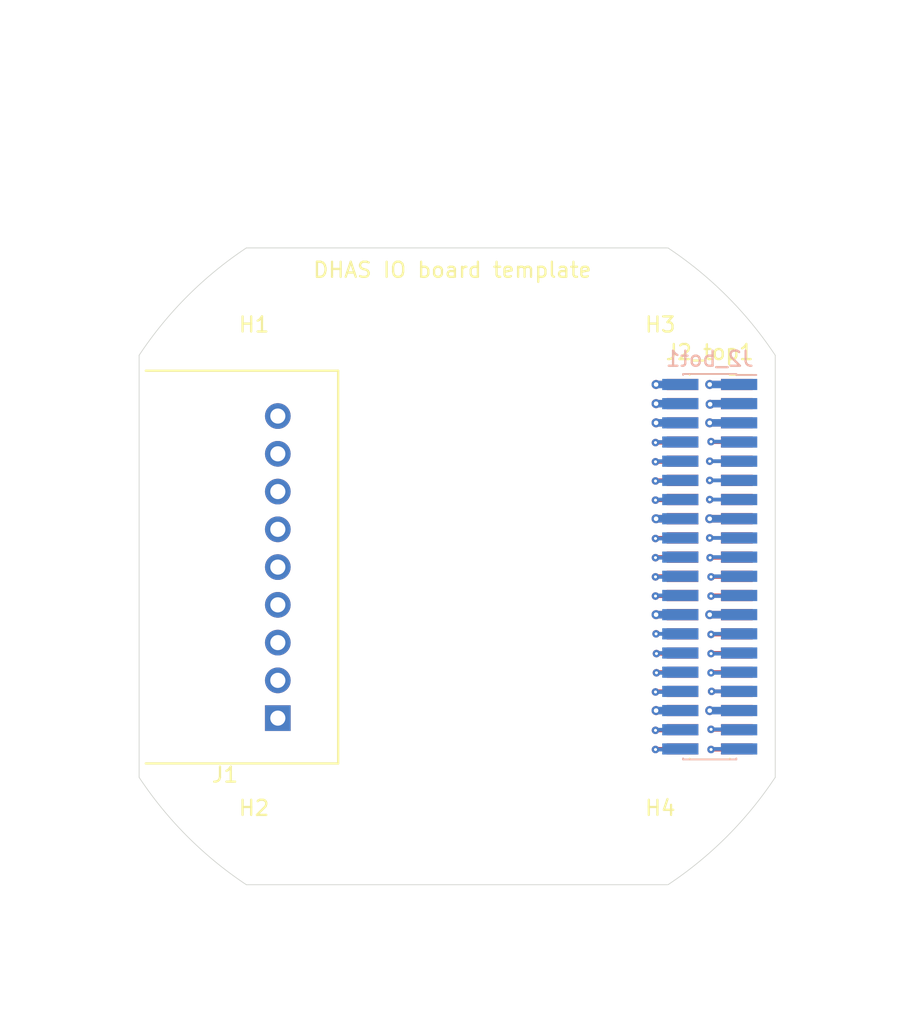
<source format=kicad_pcb>
(kicad_pcb (version 20171130) (host pcbnew 5.1.6)

  (general
    (thickness 1.6)
    (drawings 25)
    (tracks 164)
    (zones 0)
    (modules 7)
    (nets 33)
  )

  (page A4)
  (layers
    (0 F.Cu signal)
    (1 In1.Cu power)
    (2 In2.Cu power)
    (31 B.Cu signal)
    (32 B.Adhes user hide)
    (33 F.Adhes user hide)
    (34 B.Paste user hide)
    (35 F.Paste user hide)
    (36 B.SilkS user hide)
    (37 F.SilkS user)
    (38 B.Mask user hide)
    (39 F.Mask user hide)
    (40 Dwgs.User user)
    (41 Cmts.User user hide)
    (42 Eco1.User user hide)
    (43 Eco2.User user hide)
    (44 Edge.Cuts user)
    (45 Margin user hide)
    (46 B.CrtYd user)
    (47 F.CrtYd user)
    (48 B.Fab user hide)
    (49 F.Fab user hide)
  )

  (setup
    (last_trace_width 0.2)
    (user_trace_width 0.25)
    (user_trace_width 0.3)
    (user_trace_width 0.5)
    (trace_clearance 0.2)
    (zone_clearance 0.25)
    (zone_45_only no)
    (trace_min 0.2)
    (via_size 0.5)
    (via_drill 0.2)
    (via_min_size 0.4)
    (via_min_drill 0.2)
    (user_via 0.6 0.3)
    (uvia_size 0.3)
    (uvia_drill 0.1)
    (uvias_allowed no)
    (uvia_min_size 0.2)
    (uvia_min_drill 0.1)
    (edge_width 0.05)
    (segment_width 0.2)
    (pcb_text_width 0.3)
    (pcb_text_size 1.5 1.5)
    (mod_edge_width 0.12)
    (mod_text_size 1 1)
    (mod_text_width 0.15)
    (pad_size 1.524 1.524)
    (pad_drill 0.762)
    (pad_to_mask_clearance 0.051)
    (solder_mask_min_width 0.25)
    (aux_axis_origin 91.44 66.04)
    (grid_origin 91.44 66.04)
    (visible_elements FFFFFF7F)
    (pcbplotparams
      (layerselection 0x010fc_ffffffff)
      (usegerberextensions false)
      (usegerberattributes true)
      (usegerberadvancedattributes false)
      (creategerberjobfile false)
      (excludeedgelayer true)
      (linewidth 0.150000)
      (plotframeref false)
      (viasonmask false)
      (mode 1)
      (useauxorigin false)
      (hpglpennumber 1)
      (hpglpenspeed 20)
      (hpglpendiameter 15.000000)
      (psnegative false)
      (psa4output false)
      (plotreference true)
      (plotvalue false)
      (plotinvisibletext false)
      (padsonsilk true)
      (subtractmaskfromsilk false)
      (outputformat 1)
      (mirror false)
      (drillshape 0)
      (scaleselection 1)
      (outputdirectory "production/jlcpcb"))
  )

  (net 0 "")
  (net 1 GND)
  (net 2 +3V3)
  (net 3 +5V)
  (net 4 /V12P)
  (net 5 /PIO2_3)
  (net 6 /PIO2_2)
  (net 7 /PIO2_1)
  (net 8 /PIO2_0)
  (net 9 /PIO1_11)
  (net 10 /PIO1_10)
  (net 11 /PIO1_8)
  (net 12 /PIO1_7)
  (net 13 /PIO1_6)
  (net 14 /PIO1_5)
  (net 15 /PIO1_4)
  (net 16 /PIO1_3)
  (net 17 /PIO1_2)
  (net 18 /PIO1_1)
  (net 19 /PIO1_0)
  (net 20 /PIO0_11)
  (net 21 /PIO0_10)
  (net 22 /PIO0_9)
  (net 23 /PIO0_8)
  (net 24 /PIO0_7)
  (net 25 /PIO0_6)
  (net 26 /PIO0_5)
  (net 27 /PIO0_4)
  (net 28 /PIO0_3)
  (net 29 /PIO0_2)
  (net 30 /PIO0_1)
  (net 31 /PIO0_0)
  (net 32 /J2-32)

  (net_class Default "This is the default net class."
    (clearance 0.2)
    (trace_width 0.2)
    (via_dia 0.5)
    (via_drill 0.2)
    (uvia_dia 0.3)
    (uvia_drill 0.1)
    (add_net /J2-32)
    (add_net /PIO0_0)
    (add_net /PIO0_1)
    (add_net /PIO0_10)
    (add_net /PIO0_11)
    (add_net /PIO0_2)
    (add_net /PIO0_3)
    (add_net /PIO0_4)
    (add_net /PIO0_5)
    (add_net /PIO0_6)
    (add_net /PIO0_7)
    (add_net /PIO0_8)
    (add_net /PIO0_9)
    (add_net /PIO1_0)
    (add_net /PIO1_1)
    (add_net /PIO1_10)
    (add_net /PIO1_11)
    (add_net /PIO1_2)
    (add_net /PIO1_3)
    (add_net /PIO1_4)
    (add_net /PIO1_5)
    (add_net /PIO1_6)
    (add_net /PIO1_7)
    (add_net /PIO1_8)
    (add_net /PIO2_0)
    (add_net /PIO2_1)
    (add_net /PIO2_2)
    (add_net /PIO2_3)
    (add_net "Net-(J1-Pad1)")
    (add_net "Net-(J1-Pad2)")
    (add_net "Net-(J1-Pad3)")
    (add_net "Net-(J1-Pad4)")
    (add_net "Net-(J1-Pad5)")
    (add_net "Net-(J1-Pad6)")
    (add_net "Net-(J1-Pad7)")
    (add_net "Net-(J1-Pad8)")
    (add_net "Net-(J1-Pad9)")
    (add_net "Net-(U1-Pad7)")
  )

  (net_class GND ""
    (clearance 0.2)
    (trace_width 0.5)
    (via_dia 0.6)
    (via_drill 0.3)
    (uvia_dia 0.3)
    (uvia_drill 0.1)
    (add_net GND)
  )

  (net_class Power ""
    (clearance 0.2)
    (trace_width 0.5)
    (via_dia 0.6)
    (via_drill 0.3)
    (uvia_dia 0.3)
    (uvia_drill 0.1)
    (add_net +3V3)
    (add_net +5V)
    (add_net /V12P)
  )

  (module Connector_TE-Connectivity.DHAS:TE_EP2.5_9p_Horizontal (layer F.Cu) (tedit 5EF392BF) (tstamp 5EE26755)
    (at 79.5528 66.0908 180)
    (descr "Through hole angled pin header, 1x09, 2.54mm pitch, 6mm pin length, single row")
    (tags "Through hole angled pin header THT 1x09 2.54mm single row")
    (path /5EEAC523)
    (fp_text reference J1 (at 3.5 -13.75) (layer F.SilkS)
      (effects (font (size 1 1) (thickness 0.15)))
    )
    (fp_text value Conn_01x09_Male (at 4.5 0 90) (layer F.Fab)
      (effects (font (size 1 1) (thickness 0.15)))
    )
    (fp_text user %R (at 2.77 0.16 90) (layer F.Fab)
      (effects (font (size 1 1) (thickness 0.15)))
    )
    (fp_line (start 9.25 12.5) (end 9.25 -12.5) (layer F.Fab) (width 0.12))
    (fp_line (start -3.5 12.5) (end 9.25 12.5) (layer F.Fab) (width 0.12))
    (fp_line (start -3.5 11.5) (end -3.5 12.5) (layer F.Fab) (width 0.12))
    (fp_line (start -0.5 11.5) (end -3.5 11.5) (layer F.Fab) (width 0.12))
    (fp_line (start -0.5 -11.5) (end -0.5 11.5) (layer F.Fab) (width 0.12))
    (fp_line (start -3.5 -11.5) (end -0.5 -11.5) (layer F.Fab) (width 0.12))
    (fp_line (start -3.5 -12.5) (end -3.5 -11.5) (layer F.Fab) (width 0.12))
    (fp_line (start 9.25 -12.5) (end -3.5 -12.5) (layer F.Fab) (width 0.12))
    (fp_line (start 1.5 -11.5) (end -1.5 -11.5) (layer B.CrtYd) (width 0.12))
    (fp_line (start 1.5 11.5) (end 1.5 -11.5) (layer B.CrtYd) (width 0.12))
    (fp_line (start -1.5 11.5) (end 1.5 11.5) (layer B.CrtYd) (width 0.12))
    (fp_line (start -1.5 -11.5) (end -1.5 11.5) (layer B.CrtYd) (width 0.12))
    (fp_line (start -4 13) (end 8.75 13) (layer F.SilkS) (width 0.15))
    (fp_line (start -4 -13) (end -4 13) (layer F.SilkS) (width 0.15))
    (fp_line (start 8.75 -13) (end -4 -13) (layer F.SilkS) (width 0.15))
    (fp_line (start -4 -13) (end -4 -11) (layer F.CrtYd) (width 0.05))
    (fp_line (start -4 13) (end 9.5 13) (layer F.CrtYd) (width 0.05))
    (fp_line (start 9.5 13) (end 9.5 -13) (layer F.CrtYd) (width 0.05))
    (fp_line (start 9.5 -13) (end -4 -13) (layer F.CrtYd) (width 0.05))
    (fp_line (start -0.29 -10.07) (end -0.289 -10.071) (layer Dwgs.User) (width 0.2))
    (fp_line (start -0.266 -10.136) (end -0.264 -10.137) (layer Dwgs.User) (width 0.2))
    (fp_line (start -0.29 9.934) (end -0.292 9.942) (layer Dwgs.User) (width 0.2))
    (fp_line (start -0.268 9.873) (end -0.275 9.886) (layer Dwgs.User) (width 0.2))
    (fp_line (start -0.241 9.824) (end -0.252 9.844) (layer Dwgs.User) (width 0.2))
    (fp_line (start 9.202 12.5) (end 9.202 11.965) (layer Dwgs.User) (width 0.2))
    (fp_line (start 9.202 -11.965) (end 9.202 11.965) (layer Dwgs.User) (width 0.2))
    (fp_line (start 9.202 -11.965) (end 9.202 -12.5) (layer Dwgs.User) (width 0.2))
    (fp_line (start 6.902 -12.5) (end 9.202 -12.5) (layer Dwgs.User) (width 0.2))
    (fp_line (start 2.102 -10.35) (end 6.902 -10.35) (layer Dwgs.User) (width 0.2))
    (fp_line (start 2.102 10.35) (end 6.902 10.35) (layer Dwgs.User) (width 0.2))
    (fp_line (start 2.102 4.75) (end 6.902 4.75) (layer Dwgs.User) (width 0.2))
    (fp_line (start 6.902 2.75) (end 2.102 2.75) (layer Dwgs.User) (width 0.2))
    (fp_line (start 5.212 4.25) (end 5.212 3.25) (layer Dwgs.User) (width 0.2))
    (fp_line (start 0.018 -0.301) (end 0.061 -0.3) (layer Dwgs.User) (width 0.2))
    (fp_line (start 0.016 -0.301) (end 0.018 -0.301) (layer Dwgs.User) (width 0.2))
    (fp_line (start 0.277 -0.3) (end 0.342 -0.3) (layer Dwgs.User) (width 0.2))
    (fp_line (start 0.277 -0.3) (end 0.228 -0.3) (layer Dwgs.User) (width 0.2))
    (fp_line (start -0.647 -0.027) (end -0.648 0) (layer Dwgs.User) (width 0.2))
    (fp_line (start -0.639 -0.072) (end -0.647 -0.027) (layer Dwgs.User) (width 0.2))
    (fp_line (start -0.631 -0.099) (end -0.639 -0.072) (layer Dwgs.User) (width 0.2))
    (fp_line (start -0.614 -0.139) (end -0.631 -0.099) (layer Dwgs.User) (width 0.2))
    (fp_line (start -0.598 -0.165) (end -0.614 -0.139) (layer Dwgs.User) (width 0.2))
    (fp_line (start -0.573 -0.199) (end -0.598 -0.165) (layer Dwgs.User) (width 0.2))
    (fp_line (start -0.55 -0.222) (end -0.573 -0.199) (layer Dwgs.User) (width 0.2))
    (fp_line (start -0.518 -0.247) (end -0.55 -0.222) (layer Dwgs.User) (width 0.2))
    (fp_line (start -0.488 -0.265) (end -0.454 -0.281) (layer Dwgs.User) (width 0.2))
    (fp_line (start -0.488 -0.265) (end -0.518 -0.247) (layer Dwgs.User) (width 0.2))
    (fp_line (start -0.409 -0.293) (end -0.398 -0.296) (layer Dwgs.User) (width 0.2))
    (fp_line (start 0.04 7.8) (end 0.017 7.798) (layer Dwgs.User) (width 0.2))
    (fp_line (start 0.061 7.8) (end 0.04 7.8) (layer Dwgs.User) (width 0.2))
    (fp_line (start 0.402 7.8) (end 0.342 7.8) (layer Dwgs.User) (width 0.2))
    (fp_line (start 0.468 7.8) (end 0.402 7.8) (layer Dwgs.User) (width 0.2))
    (fp_line (start 0.534 7.8) (end 0.468 7.8) (layer Dwgs.User) (width 0.2))
    (fp_line (start 0.534 7.8) (end 0.602 7.8) (layer Dwgs.User) (width 0.2))
    (fp_line (start 0.093 7.8) (end 0.061 7.8) (layer Dwgs.User) (width 0.2))
    (fp_line (start 0.093 7.8) (end 0.133 7.8) (layer Dwgs.User) (width 0.2))
    (fp_line (start 0.169 7.2) (end 0.133 7.2) (layer Dwgs.User) (width 0.2))
    (fp_line (start 0.228 7.2) (end 0.169 7.2) (layer Dwgs.User) (width 0.2))
    (fp_line (start 0.01 7.199) (end -0.034 7.202) (layer Dwgs.User) (width 0.2))
    (fp_line (start 0.061 -9.7) (end 0.04 -9.7) (layer Dwgs.User) (width 0.2))
    (fp_line (start 0.534 -9.7) (end 0.602 -9.7) (layer Dwgs.User) (width 0.2))
    (fp_line (start 0.402 -9.7) (end 0.342 -9.7) (layer Dwgs.User) (width 0.2))
    (fp_line (start 0.468 -9.7) (end 0.534 -9.7) (layer Dwgs.User) (width 0.2))
    (fp_line (start 0.468 -9.7) (end 0.402 -9.7) (layer Dwgs.User) (width 0.2))
    (fp_line (start 0.093 -9.7) (end 0.061 -9.7) (layer Dwgs.User) (width 0.2))
    (fp_line (start 0.093 -9.7) (end 0.133 -9.7) (layer Dwgs.User) (width 0.2))
    (fp_line (start 0.321 10.3) (end 0.306 10.3) (layer Dwgs.User) (width 0.2))
    (fp_line (start 0.175 0.3) (end 0.228 0.3) (layer Dwgs.User) (width 0.2))
    (fp_line (start 0.133 0.3) (end 0.175 0.3) (layer Dwgs.User) (width 0.2))
    (fp_line (start 0.534 0.3) (end 0.602 0.3) (layer Dwgs.User) (width 0.2))
    (fp_line (start 0.468 0.3) (end 0.534 0.3) (layer Dwgs.User) (width 0.2))
    (fp_line (start 0.093 0.3) (end 0.133 0.3) (layer Dwgs.User) (width 0.2))
    (fp_line (start 0.061 0.3) (end 0.093 0.3) (layer Dwgs.User) (width 0.2))
    (fp_line (start -0.298 -5) (end -0.289 -4.928) (layer Dwgs.User) (width 0.2))
    (fp_line (start -0.289 -5.072) (end -0.298 -5) (layer Dwgs.User) (width 0.2))
    (fp_line (start -0.264 -5.139) (end -0.289 -5.072) (layer Dwgs.User) (width 0.2))
    (fp_line (start -0.223 -5.199) (end -0.264 -5.139) (layer Dwgs.User) (width 0.2))
    (fp_line (start -0.168 -5.247) (end -0.223 -5.199) (layer Dwgs.User) (width 0.2))
    (fp_line (start -0.104 -5.281) (end -0.168 -5.247) (layer Dwgs.User) (width 0.2))
    (fp_line (start -0.034 -5.298) (end -0.104 -5.281) (layer Dwgs.User) (width 0.2))
    (fp_line (start -0.034 -2.202) (end 0.008 -2.202) (layer Dwgs.User) (width 0.2))
    (fp_line (start -0.168 7.253) (end -0.223 7.301) (layer Dwgs.User) (width 0.2))
    (fp_line (start -0.104 7.219) (end -0.168 7.253) (layer Dwgs.User) (width 0.2))
    (fp_line (start -0.034 7.202) (end -0.104 7.219) (layer Dwgs.User) (width 0.2))
    (fp_line (start -0.034 -0.298) (end -0.011 -0.298) (layer Dwgs.User) (width 0.2))
    (fp_line (start -0.018 -10.298) (end 0.029 -10.298) (layer Dwgs.User) (width 0.2))
    (fp_line (start 0.029 9.702) (end -0.018 9.702) (layer Dwgs.User) (width 0.2))
    (fp_line (start 0.029 -7.798) (end -0.018 -7.798) (layer Dwgs.User) (width 0.2))
    (fp_line (start 0.029 -5.298) (end -0.018 -5.298) (layer Dwgs.User) (width 0.2))
    (fp_line (start 0.029 -2.798) (end -0.018 -2.798) (layer Dwgs.User) (width 0.2))
    (fp_line (start -0.231 9.813) (end -0.241 9.824) (layer Dwgs.User) (width 0.2))
    (fp_line (start -0.104 -10.281) (end -0.034 -10.298) (layer Dwgs.User) (width 0.2))
    (fp_line (start -0.168 -10.247) (end -0.104 -10.281) (layer Dwgs.User) (width 0.2))
    (fp_line (start -0.223 -10.199) (end -0.168 -10.247) (layer Dwgs.User) (width 0.2))
    (fp_line (start -0.264 -10.139) (end -0.223 -10.199) (layer Dwgs.User) (width 0.2))
    (fp_line (start 2.102 -3.25) (end 2.102 -2.75) (layer Dwgs.User) (width 0.2))
    (fp_line (start 2.102 -2.75) (end 6.902 -2.75) (layer Dwgs.User) (width 0.2))
    (fp_line (start 6.902 -4.75) (end 2.102 -4.75) (layer Dwgs.User) (width 0.2))
    (fp_line (start 2.102 -4.75) (end 2.102 -4.25) (layer Dwgs.User) (width 0.2))
    (fp_line (start 5.212 -3.25) (end 5.212 -4.25) (layer Dwgs.User) (width 0.2))
    (fp_line (start 2.102 2.75) (end 2.102 3.25) (layer Dwgs.User) (width 0.2))
    (fp_line (start 2.102 4.25) (end 2.102 4.75) (layer Dwgs.User) (width 0.2))
    (fp_line (start 2.102 3.25) (end 5.212 3.25) (layer Dwgs.User) (width 0.2))
    (fp_line (start 2.102 4.25) (end 5.212 4.25) (layer Dwgs.User) (width 0.2))
    (fp_line (start 0.277 7.2) (end 0.228 7.2) (layer Dwgs.User) (width 0.2))
    (fp_line (start 0.342 7.2) (end 0.277 7.2) (layer Dwgs.User) (width 0.2))
    (fp_line (start 0.061 7.2) (end 0.018 7.198) (layer Dwgs.User) (width 0.2))
    (fp_line (start 0.401 7.2) (end 0.342 7.2) (layer Dwgs.User) (width 0.2))
    (fp_line (start 0.468 7.2) (end 0.401 7.2) (layer Dwgs.User) (width 0.2))
    (fp_line (start 0.534 7.2) (end 0.468 7.2) (layer Dwgs.User) (width 0.2))
    (fp_line (start 0.534 7.2) (end 0.602 7.2) (layer Dwgs.User) (width 0.2))
    (fp_line (start 0.082 7.2) (end 0.061 7.2) (layer Dwgs.User) (width 0.2))
    (fp_line (start 0.082 7.2) (end 0.133 7.2) (layer Dwgs.User) (width 0.2))
    (fp_line (start 0.228 5.3) (end 0.175 5.3) (layer Dwgs.User) (width 0.2))
    (fp_line (start 0.133 5.3) (end 0.175 5.3) (layer Dwgs.User) (width 0.2))
    (fp_line (start -0.168 7.747) (end -0.104 7.781) (layer Dwgs.User) (width 0.2))
    (fp_line (start -0.223 7.699) (end -0.168 7.747) (layer Dwgs.User) (width 0.2))
    (fp_line (start -0.264 7.639) (end -0.223 7.699) (layer Dwgs.User) (width 0.2))
    (fp_line (start -0.289 7.572) (end -0.264 7.639) (layer Dwgs.User) (width 0.2))
    (fp_line (start -0.298 7.5) (end -0.289 7.572) (layer Dwgs.User) (width 0.2))
    (fp_line (start -0.289 7.428) (end -0.298 7.5) (layer Dwgs.User) (width 0.2))
    (fp_line (start -0.264 7.361) (end -0.289 7.428) (layer Dwgs.User) (width 0.2))
    (fp_line (start -0.223 7.301) (end -0.264 7.361) (layer Dwgs.User) (width 0.2))
    (fp_line (start 2.802 -3.25) (end 2.802 -4.25) (layer Dwgs.User) (width 0.2))
    (fp_line (start 2.102 -4.25) (end 5.212 -4.25) (layer Dwgs.User) (width 0.2))
    (fp_line (start 2.102 -3.25) (end 5.212 -3.25) (layer Dwgs.User) (width 0.2))
    (fp_line (start 6.902 -12.3) (end 6.902 -12.495) (layer Dwgs.User) (width 0.2))
    (fp_line (start 6.902 -10.35) (end 6.902 -12.3) (layer Dwgs.User) (width 0.2))
    (fp_line (start 6.902 -4.75) (end 6.902 -10.35) (layer Dwgs.User) (width 0.2))
    (fp_line (start 6.902 -2.75) (end 6.902 -4.75) (layer Dwgs.User) (width 0.2))
    (fp_line (start 6.902 2.75) (end 6.902 -2.75) (layer Dwgs.User) (width 0.2))
    (fp_line (start 6.902 4.75) (end 6.902 2.75) (layer Dwgs.User) (width 0.2))
    (fp_line (start -0.034 -9.702) (end -0.104 -9.719) (layer Dwgs.User) (width 0.2))
    (fp_line (start 0.008 -9.702) (end -0.034 -9.702) (layer Dwgs.User) (width 0.2))
    (fp_line (start -0.034 10.298) (end 0.008 10.298) (layer Dwgs.User) (width 0.2))
    (fp_line (start -0.104 10.281) (end -0.034 10.298) (layer Dwgs.User) (width 0.2))
    (fp_line (start -0.168 10.247) (end -0.104 10.281) (layer Dwgs.User) (width 0.2))
    (fp_line (start -0.223 10.199) (end -0.168 10.247) (layer Dwgs.User) (width 0.2))
    (fp_line (start -0.264 10.139) (end -0.223 10.199) (layer Dwgs.User) (width 0.2))
    (fp_line (start -0.168 -7.253) (end -0.104 -7.219) (layer Dwgs.User) (width 0.2))
    (fp_line (start -0.223 -7.301) (end -0.168 -7.253) (layer Dwgs.User) (width 0.2))
    (fp_line (start -0.264 -7.361) (end -0.223 -7.301) (layer Dwgs.User) (width 0.2))
    (fp_line (start -0.289 -7.428) (end -0.264 -7.361) (layer Dwgs.User) (width 0.2))
    (fp_line (start -0.298 -7.5) (end -0.289 -7.428) (layer Dwgs.User) (width 0.2))
    (fp_line (start -0.034 -0.298) (end -0.014 -0.298) (layer Dwgs.User) (width 0.2))
    (fp_line (start -0.104 -0.281) (end -0.034 -0.298) (layer Dwgs.User) (width 0.2))
    (fp_line (start -0.168 -0.247) (end -0.104 -0.281) (layer Dwgs.User) (width 0.2))
    (fp_line (start -0.223 -0.199) (end -0.168 -0.247) (layer Dwgs.User) (width 0.2))
    (fp_line (start 2.102 -12.425) (end 2.102 -12.456) (layer Dwgs.User) (width 0.2))
    (fp_line (start 2.102 -12.387) (end 2.102 -12.425) (layer Dwgs.User) (width 0.2))
    (fp_line (start 2.102 -12.345) (end 2.102 -12.387) (layer Dwgs.User) (width 0.2))
    (fp_line (start 2.102 -12.3) (end 2.102 -12.345) (layer Dwgs.User) (width 0.2))
    (fp_line (start 2.102 12.345) (end 2.102 12.3) (layer Dwgs.User) (width 0.2))
    (fp_line (start 2.102 12.387) (end 2.102 12.345) (layer Dwgs.User) (width 0.2))
    (fp_line (start 2.102 12.425) (end 2.102 12.387) (layer Dwgs.User) (width 0.2))
    (fp_line (start 2.102 12.456) (end 2.102 12.425) (layer Dwgs.User) (width 0.2))
    (fp_line (start 2.102 12.48) (end 2.102 12.456) (layer Dwgs.User) (width 0.2))
    (fp_line (start 0.01 4.699) (end -0.034 4.702) (layer Dwgs.User) (width 0.2))
    (fp_line (start 0.277 4.7) (end 0.228 4.7) (layer Dwgs.User) (width 0.2))
    (fp_line (start 0.342 4.7) (end 0.277 4.7) (layer Dwgs.User) (width 0.2))
    (fp_line (start 0.061 4.7) (end 0.018 4.698) (layer Dwgs.User) (width 0.2))
    (fp_line (start 0.534 4.7) (end 0.602 4.7) (layer Dwgs.User) (width 0.2))
    (fp_line (start 0.401 4.7) (end 0.342 4.7) (layer Dwgs.User) (width 0.2))
    (fp_line (start 0.468 4.7) (end 0.401 4.7) (layer Dwgs.User) (width 0.2))
    (fp_line (start 0.468 4.7) (end 0.534 4.7) (layer Dwgs.User) (width 0.2))
    (fp_line (start 0.082 4.7) (end 0.061 4.7) (layer Dwgs.User) (width 0.2))
    (fp_line (start 0.082 4.7) (end 0.133 4.7) (layer Dwgs.User) (width 0.2))
    (fp_line (start 0.228 2.8) (end 0.175 2.8) (layer Dwgs.User) (width 0.2))
    (fp_line (start 0.133 2.8) (end 0.175 2.8) (layer Dwgs.User) (width 0.2))
    (fp_line (start 0.061 -7.8) (end 0.018 -7.802) (layer Dwgs.User) (width 0.2))
    (fp_line (start 0.534 -7.8) (end 0.602 -7.8) (layer Dwgs.User) (width 0.2))
    (fp_line (start 0.401 -7.8) (end 0.342 -7.8) (layer Dwgs.User) (width 0.2))
    (fp_line (start 0.468 -7.8) (end 0.401 -7.8) (layer Dwgs.User) (width 0.2))
    (fp_line (start 0.468 -7.8) (end 0.534 -7.8) (layer Dwgs.User) (width 0.2))
    (fp_line (start 0.082 -7.8) (end 0.061 -7.8) (layer Dwgs.User) (width 0.2))
    (fp_line (start 0.082 -7.8) (end 0.133 -7.8) (layer Dwgs.User) (width 0.2))
    (fp_line (start 0.175 7.8) (end 0.133 7.8) (layer Dwgs.User) (width 0.2))
    (fp_line (start 0.228 7.8) (end 0.175 7.8) (layer Dwgs.User) (width 0.2))
    (fp_line (start 0.28 7.8) (end 0.228 7.8) (layer Dwgs.User) (width 0.2))
    (fp_line (start 0.342 7.8) (end 0.28 7.8) (layer Dwgs.User) (width 0.2))
    (fp_line (start -0.409 -0.293) (end -0.454 -0.281) (layer Dwgs.User) (width 0.2))
    (fp_line (start -0.398 0.295) (end -0.454 0.281) (layer Dwgs.User) (width 0.2))
    (fp_line (start -0.472 0.273) (end -0.454 0.281) (layer Dwgs.User) (width 0.2))
    (fp_line (start -0.518 0.247) (end -0.472 0.273) (layer Dwgs.User) (width 0.2))
    (fp_line (start -0.536 0.233) (end -0.518 0.247) (layer Dwgs.User) (width 0.2))
    (fp_line (start -0.573 0.199) (end -0.536 0.233) (layer Dwgs.User) (width 0.2))
    (fp_line (start -0.588 0.18) (end -0.573 0.199) (layer Dwgs.User) (width 0.2))
    (fp_line (start -0.614 0.139) (end -0.588 0.18) (layer Dwgs.User) (width 0.2))
    (fp_line (start -0.647 0.027) (end -0.648 0) (layer Dwgs.User) (width 0.2))
    (fp_line (start -0.639 0.072) (end -0.647 0.027) (layer Dwgs.User) (width 0.2))
    (fp_line (start -0.624 0.116) (end -0.639 0.072) (layer Dwgs.User) (width 0.2))
    (fp_line (start -0.624 0.116) (end -0.614 0.139) (layer Dwgs.User) (width 0.2))
    (fp_line (start 6.902 10.35) (end 6.902 4.75) (layer Dwgs.User) (width 0.2))
    (fp_line (start 6.902 12.3) (end 6.902 10.35) (layer Dwgs.User) (width 0.2))
    (fp_line (start 6.902 12.495) (end 6.902 12.3) (layer Dwgs.User) (width 0.2))
    (fp_line (start 6.902 -12.345) (end 6.902 -12.3) (layer Dwgs.User) (width 0.2))
    (fp_line (start 6.902 -12.387) (end 6.902 -12.345) (layer Dwgs.User) (width 0.2))
    (fp_line (start 6.902 -12.425) (end 6.902 -12.387) (layer Dwgs.User) (width 0.2))
    (fp_line (start 6.902 -12.456) (end 6.902 -12.425) (layer Dwgs.User) (width 0.2))
    (fp_line (start 6.902 -12.48) (end 6.902 -12.456) (layer Dwgs.User) (width 0.2))
    (fp_line (start 6.902 -12.495) (end 6.902 -12.48) (layer Dwgs.User) (width 0.2))
    (fp_line (start -0.034 2.202) (end -0.104 2.219) (layer Dwgs.User) (width 0.2))
    (fp_line (start -0.034 5.298) (end 0.008 5.298) (layer Dwgs.User) (width 0.2))
    (fp_line (start -0.104 5.281) (end -0.034 5.298) (layer Dwgs.User) (width 0.2))
    (fp_line (start -0.168 5.247) (end -0.104 5.281) (layer Dwgs.User) (width 0.2))
    (fp_line (start -0.223 5.199) (end -0.168 5.247) (layer Dwgs.User) (width 0.2))
    (fp_line (start -0.264 5.139) (end -0.223 5.199) (layer Dwgs.User) (width 0.2))
    (fp_line (start -0.289 5.072) (end -0.264 5.139) (layer Dwgs.User) (width 0.2))
    (fp_line (start -0.298 5) (end -0.289 5.072) (layer Dwgs.User) (width 0.2))
    (fp_line (start 0.277 -10.3) (end 0.228 -10.3) (layer Dwgs.User) (width 0.2))
    (fp_line (start 0.342 -10.3) (end 0.277 -10.3) (layer Dwgs.User) (width 0.2))
    (fp_line (start 0.061 -10.3) (end 0.018 -10.302) (layer Dwgs.User) (width 0.2))
    (fp_line (start 0.401 -10.3) (end 0.342 -10.3) (layer Dwgs.User) (width 0.2))
    (fp_line (start 0.468 -10.3) (end 0.401 -10.3) (layer Dwgs.User) (width 0.2))
    (fp_line (start 0.534 -10.3) (end 0.602 -10.3) (layer Dwgs.User) (width 0.2))
    (fp_line (start 0.534 -10.3) (end 0.468 -10.3) (layer Dwgs.User) (width 0.2))
    (fp_line (start 0.082 -10.3) (end 0.133 -10.3) (layer Dwgs.User) (width 0.2))
    (fp_line (start 0.082 -10.3) (end 0.061 -10.3) (layer Dwgs.User) (width 0.2))
    (fp_line (start 0.175 -9.7) (end 0.133 -9.7) (layer Dwgs.User) (width 0.2))
    (fp_line (start 0.228 -9.7) (end 0.175 -9.7) (layer Dwgs.User) (width 0.2))
    (fp_line (start 0.28 -9.7) (end 0.228 -9.7) (layer Dwgs.User) (width 0.2))
    (fp_line (start 0.342 -9.7) (end 0.28 -9.7) (layer Dwgs.User) (width 0.2))
    (fp_line (start 0.04 -9.7) (end 0.017 -9.702) (layer Dwgs.User) (width 0.2))
    (fp_line (start 0.029 2.202) (end -0.018 2.202) (layer Dwgs.User) (width 0.2))
    (fp_line (start 0.029 4.702) (end -0.018 4.702) (layer Dwgs.User) (width 0.2))
    (fp_line (start 0.029 7.202) (end -0.018 7.202) (layer Dwgs.User) (width 0.2))
    (fp_line (start -0.398 11.5) (end -0.398 -11.5) (layer Dwgs.User) (width 0.2))
    (fp_line (start 8.902 -11.665) (end 9.202 -11.965) (layer Dwgs.User) (width 0.2))
    (fp_line (start 9.202 11.965) (end 8.902 11.665) (layer Dwgs.User) (width 0.2))
    (fp_line (start 8.902 -11.665) (end 6.902 -11.665) (layer Dwgs.User) (width 0.2))
    (fp_line (start 8.902 -11.665) (end 8.902 11.665) (layer Dwgs.User) (width 0.2))
    (fp_line (start 6.902 11.665) (end 8.902 11.665) (layer Dwgs.User) (width 0.2))
    (fp_line (start 0.28 2.8) (end 0.228 2.8) (layer Dwgs.User) (width 0.2))
    (fp_line (start 0.342 2.8) (end 0.28 2.8) (layer Dwgs.User) (width 0.2))
    (fp_line (start 0.04 2.8) (end 0.017 2.798) (layer Dwgs.User) (width 0.2))
    (fp_line (start 0.061 2.8) (end 0.04 2.8) (layer Dwgs.User) (width 0.2))
    (fp_line (start 0.534 2.8) (end 0.602 2.8) (layer Dwgs.User) (width 0.2))
    (fp_line (start 0.402 2.8) (end 0.342 2.8) (layer Dwgs.User) (width 0.2))
    (fp_line (start 0.468 2.8) (end 0.534 2.8) (layer Dwgs.User) (width 0.2))
    (fp_line (start 0.468 2.8) (end 0.402 2.8) (layer Dwgs.User) (width 0.2))
    (fp_line (start 0.093 2.8) (end 0.061 2.8) (layer Dwgs.User) (width 0.2))
    (fp_line (start 0.093 2.8) (end 0.133 2.8) (layer Dwgs.User) (width 0.2))
    (fp_line (start 0.169 2.2) (end 0.133 2.2) (layer Dwgs.User) (width 0.2))
    (fp_line (start 0.228 2.2) (end 0.169 2.2) (layer Dwgs.User) (width 0.2))
    (fp_line (start 0.01 2.199) (end -0.034 2.202) (layer Dwgs.User) (width 0.2))
    (fp_line (start 0.468 -4.7) (end 0.402 -4.7) (layer Dwgs.User) (width 0.2))
    (fp_line (start 0.093 -4.7) (end 0.061 -4.7) (layer Dwgs.User) (width 0.2))
    (fp_line (start 0.093 -4.7) (end 0.133 -4.7) (layer Dwgs.User) (width 0.2))
    (fp_line (start 0.169 -5.3) (end 0.133 -5.3) (layer Dwgs.User) (width 0.2))
    (fp_line (start 0.228 -5.3) (end 0.169 -5.3) (layer Dwgs.User) (width 0.2))
    (fp_line (start 0.01 -5.301) (end -0.034 -5.298) (layer Dwgs.User) (width 0.2))
    (fp_line (start 0.277 -5.3) (end 0.228 -5.3) (layer Dwgs.User) (width 0.2))
    (fp_line (start 0.342 -5.3) (end 0.277 -5.3) (layer Dwgs.User) (width 0.2))
    (fp_line (start 0.061 -5.3) (end 0.018 -5.302) (layer Dwgs.User) (width 0.2))
    (fp_line (start 0.534 -5.3) (end 0.602 -5.3) (layer Dwgs.User) (width 0.2))
    (fp_line (start 0.401 -5.3) (end 0.342 -5.3) (layer Dwgs.User) (width 0.2))
    (fp_line (start 0.468 -5.3) (end 0.401 -5.3) (layer Dwgs.User) (width 0.2))
    (fp_line (start 0.468 -5.3) (end 0.534 -5.3) (layer Dwgs.User) (width 0.2))
    (fp_line (start 0.082 -5.3) (end 0.061 -5.3) (layer Dwgs.User) (width 0.2))
    (fp_line (start 0.228 9.7) (end 0.169 9.7) (layer Dwgs.User) (width 0.2))
    (fp_line (start 0.01 9.699) (end -0.034 9.702) (layer Dwgs.User) (width 0.2))
    (fp_line (start 0.277 9.7) (end 0.228 9.7) (layer Dwgs.User) (width 0.2))
    (fp_line (start 0.342 9.7) (end 0.277 9.7) (layer Dwgs.User) (width 0.2))
    (fp_line (start 0.061 9.7) (end 0.018 9.698) (layer Dwgs.User) (width 0.2))
    (fp_line (start 0.401 9.7) (end 0.342 9.7) (layer Dwgs.User) (width 0.2))
    (fp_line (start 0.468 9.7) (end 0.401 9.7) (layer Dwgs.User) (width 0.2))
    (fp_line (start 0.534 9.7) (end 0.468 9.7) (layer Dwgs.User) (width 0.2))
    (fp_line (start 0.534 9.7) (end 0.602 9.7) (layer Dwgs.User) (width 0.2))
    (fp_line (start 0.082 9.7) (end 0.061 9.7) (layer Dwgs.User) (width 0.2))
    (fp_line (start 0.082 9.7) (end 0.133 9.7) (layer Dwgs.User) (width 0.2))
    (fp_line (start 0.228 -10.3) (end 0.169 -10.3) (layer Dwgs.User) (width 0.2))
    (fp_line (start 0.133 -10.3) (end 0.169 -10.3) (layer Dwgs.User) (width 0.2))
    (fp_line (start 0.01 -10.301) (end -0.034 -10.298) (layer Dwgs.User) (width 0.2))
    (fp_line (start -0.289 4.928) (end -0.298 5) (layer Dwgs.User) (width 0.2))
    (fp_line (start -0.264 4.861) (end -0.289 4.928) (layer Dwgs.User) (width 0.2))
    (fp_line (start -0.223 4.801) (end -0.264 4.861) (layer Dwgs.User) (width 0.2))
    (fp_line (start -0.168 4.753) (end -0.223 4.801) (layer Dwgs.User) (width 0.2))
    (fp_line (start -0.104 4.719) (end -0.168 4.753) (layer Dwgs.User) (width 0.2))
    (fp_line (start -0.034 4.702) (end -0.104 4.719) (layer Dwgs.User) (width 0.2))
    (fp_line (start -0.034 7.798) (end 0.008 7.798) (layer Dwgs.User) (width 0.2))
    (fp_line (start -0.104 7.781) (end -0.034 7.798) (layer Dwgs.User) (width 0.2))
    (fp_line (start 0.277 2.2) (end 0.228 2.2) (layer Dwgs.User) (width 0.2))
    (fp_line (start 0.342 2.2) (end 0.277 2.2) (layer Dwgs.User) (width 0.2))
    (fp_line (start 0.061 2.2) (end 0.018 2.198) (layer Dwgs.User) (width 0.2))
    (fp_line (start 0.534 2.2) (end 0.602 2.2) (layer Dwgs.User) (width 0.2))
    (fp_line (start 0.401 2.2) (end 0.342 2.2) (layer Dwgs.User) (width 0.2))
    (fp_line (start 0.468 2.2) (end 0.401 2.2) (layer Dwgs.User) (width 0.2))
    (fp_line (start 0.468 2.2) (end 0.534 2.2) (layer Dwgs.User) (width 0.2))
    (fp_line (start 0.082 2.2) (end 0.061 2.2) (layer Dwgs.User) (width 0.2))
    (fp_line (start 0.082 2.2) (end 0.133 2.2) (layer Dwgs.User) (width 0.2))
    (fp_line (start 0.228 -2.2) (end 0.175 -2.2) (layer Dwgs.User) (width 0.2))
    (fp_line (start 0.133 -2.2) (end 0.175 -2.2) (layer Dwgs.User) (width 0.2))
    (fp_line (start 0.28 -2.2) (end 0.228 -2.2) (layer Dwgs.User) (width 0.2))
    (fp_line (start 0.342 -2.2) (end 0.28 -2.2) (layer Dwgs.User) (width 0.2))
    (fp_line (start 0.04 -2.2) (end 0.017 -2.202) (layer Dwgs.User) (width 0.2))
    (fp_line (start 0.28 5.3) (end 0.228 5.3) (layer Dwgs.User) (width 0.2))
    (fp_line (start 0.342 5.3) (end 0.28 5.3) (layer Dwgs.User) (width 0.2))
    (fp_line (start 0.04 5.3) (end 0.017 5.298) (layer Dwgs.User) (width 0.2))
    (fp_line (start 0.061 5.3) (end 0.04 5.3) (layer Dwgs.User) (width 0.2))
    (fp_line (start 0.534 5.3) (end 0.602 5.3) (layer Dwgs.User) (width 0.2))
    (fp_line (start 0.402 5.3) (end 0.342 5.3) (layer Dwgs.User) (width 0.2))
    (fp_line (start 0.468 5.3) (end 0.534 5.3) (layer Dwgs.User) (width 0.2))
    (fp_line (start 0.468 5.3) (end 0.402 5.3) (layer Dwgs.User) (width 0.2))
    (fp_line (start 0.093 5.3) (end 0.061 5.3) (layer Dwgs.User) (width 0.2))
    (fp_line (start 0.093 5.3) (end 0.133 5.3) (layer Dwgs.User) (width 0.2))
    (fp_line (start 0.169 4.7) (end 0.133 4.7) (layer Dwgs.User) (width 0.2))
    (fp_line (start 0.228 4.7) (end 0.169 4.7) (layer Dwgs.User) (width 0.2))
    (fp_line (start 0.061 -2.2) (end 0.04 -2.2) (layer Dwgs.User) (width 0.2))
    (fp_line (start 0.534 -2.2) (end 0.602 -2.2) (layer Dwgs.User) (width 0.2))
    (fp_line (start 0.402 -2.2) (end 0.342 -2.2) (layer Dwgs.User) (width 0.2))
    (fp_line (start 0.468 -2.2) (end 0.534 -2.2) (layer Dwgs.User) (width 0.2))
    (fp_line (start 0.468 -2.2) (end 0.402 -2.2) (layer Dwgs.User) (width 0.2))
    (fp_line (start 0.093 -2.2) (end 0.061 -2.2) (layer Dwgs.User) (width 0.2))
    (fp_line (start 0.093 -2.2) (end 0.133 -2.2) (layer Dwgs.User) (width 0.2))
    (fp_line (start 0.169 -2.8) (end 0.133 -2.8) (layer Dwgs.User) (width 0.2))
    (fp_line (start 0.228 -2.8) (end 0.169 -2.8) (layer Dwgs.User) (width 0.2))
    (fp_line (start 0.01 -2.801) (end -0.034 -2.798) (layer Dwgs.User) (width 0.2))
    (fp_line (start 0.277 -2.8) (end 0.228 -2.8) (layer Dwgs.User) (width 0.2))
    (fp_line (start 0.342 -2.8) (end 0.277 -2.8) (layer Dwgs.User) (width 0.2))
    (fp_line (start 0.061 -2.8) (end 0.018 -2.802) (layer Dwgs.User) (width 0.2))
    (fp_line (start 0.534 -2.8) (end 0.602 -2.8) (layer Dwgs.User) (width 0.2))
    (fp_line (start 0.534 -7.2) (end 0.602 -7.2) (layer Dwgs.User) (width 0.2))
    (fp_line (start 0.402 -7.2) (end 0.342 -7.2) (layer Dwgs.User) (width 0.2))
    (fp_line (start 0.468 -7.2) (end 0.534 -7.2) (layer Dwgs.User) (width 0.2))
    (fp_line (start 0.468 -7.2) (end 0.402 -7.2) (layer Dwgs.User) (width 0.2))
    (fp_line (start 0.093 -7.2) (end 0.061 -7.2) (layer Dwgs.User) (width 0.2))
    (fp_line (start 0.093 -7.2) (end 0.133 -7.2) (layer Dwgs.User) (width 0.2))
    (fp_line (start 0.169 -7.8) (end 0.133 -7.8) (layer Dwgs.User) (width 0.2))
    (fp_line (start 0.228 -7.8) (end 0.169 -7.8) (layer Dwgs.User) (width 0.2))
    (fp_line (start 0.01 -7.801) (end -0.034 -7.798) (layer Dwgs.User) (width 0.2))
    (fp_line (start 0.277 -7.8) (end 0.228 -7.8) (layer Dwgs.User) (width 0.2))
    (fp_line (start 0.342 -7.8) (end 0.277 -7.8) (layer Dwgs.User) (width 0.2))
    (fp_line (start -0.223 -2.699) (end -0.264 -2.639) (layer Dwgs.User) (width 0.2))
    (fp_line (start -0.168 -2.747) (end -0.223 -2.699) (layer Dwgs.User) (width 0.2))
    (fp_line (start -0.104 -2.781) (end -0.168 -2.747) (layer Dwgs.User) (width 0.2))
    (fp_line (start -0.034 -2.798) (end -0.104 -2.781) (layer Dwgs.User) (width 0.2))
    (fp_line (start -0.034 2.798) (end 0.008 2.798) (layer Dwgs.User) (width 0.2))
    (fp_line (start -0.104 2.781) (end -0.034 2.798) (layer Dwgs.User) (width 0.2))
    (fp_line (start -0.168 2.747) (end -0.104 2.781) (layer Dwgs.User) (width 0.2))
    (fp_line (start -0.223 2.699) (end -0.168 2.747) (layer Dwgs.User) (width 0.2))
    (fp_line (start -0.034 9.702) (end -0.104 9.719) (layer Dwgs.User) (width 0.2))
    (fp_line (start -0.034 -4.702) (end 0.008 -4.702) (layer Dwgs.User) (width 0.2))
    (fp_line (start -0.104 -4.719) (end -0.034 -4.702) (layer Dwgs.User) (width 0.2))
    (fp_line (start -0.168 -4.753) (end -0.104 -4.719) (layer Dwgs.User) (width 0.2))
    (fp_line (start -0.223 -4.801) (end -0.168 -4.753) (layer Dwgs.User) (width 0.2))
    (fp_line (start -0.264 -4.861) (end -0.223 -4.801) (layer Dwgs.User) (width 0.2))
    (fp_line (start -0.289 -4.928) (end -0.264 -4.861) (layer Dwgs.User) (width 0.2))
    (fp_line (start 4.152 1.25) (end 4.152 -1.25) (layer Dwgs.User) (width 0.2))
    (fp_line (start 3.552 -1.25) (end 4.152 -1.25) (layer Dwgs.User) (width 0.2))
    (fp_line (start 4.152 -1.25) (end 5.192 -1.25) (layer Dwgs.User) (width 0.2))
    (fp_line (start 3.552 1.25) (end 3.552 -1.25) (layer Dwgs.User) (width 0.2))
    (fp_line (start 4.152 1.25) (end 5.192 1.25) (layer Dwgs.User) (width 0.2))
    (fp_line (start 3.552 1.25) (end 4.152 1.25) (layer Dwgs.User) (width 0.2))
    (fp_line (start 5.192 1.25) (end 5.192 -1.25) (layer Dwgs.User) (width 0.2))
    (fp_line (start 0.602 -12.5) (end 2.102 -12.5) (layer Dwgs.User) (width 0.2))
    (fp_line (start 2.802 4.25) (end 2.802 3.25) (layer Dwgs.User) (width 0.2))
    (fp_line (start -0.264 -0.139) (end -0.223 -0.199) (layer Dwgs.User) (width 0.2))
    (fp_line (start -0.289 -0.072) (end -0.264 -0.139) (layer Dwgs.User) (width 0.2))
    (fp_line (start -0.298 0) (end -0.289 -0.072) (layer Dwgs.User) (width 0.2))
    (fp_line (start -0.289 0.072) (end -0.298 0) (layer Dwgs.User) (width 0.2))
    (fp_line (start -0.264 0.139) (end -0.289 0.072) (layer Dwgs.User) (width 0.2))
    (fp_line (start -0.223 0.199) (end -0.264 0.139) (layer Dwgs.User) (width 0.2))
    (fp_line (start -0.168 0.247) (end -0.223 0.199) (layer Dwgs.User) (width 0.2))
    (fp_line (start -0.104 0.281) (end -0.168 0.247) (layer Dwgs.User) (width 0.2))
    (fp_line (start -0.034 0.298) (end -0.104 0.281) (layer Dwgs.User) (width 0.2))
    (fp_line (start 0.602 12.5) (end 0.602 -12.5) (layer Dwgs.User) (width 0.2))
    (fp_line (start -0.289 -7.572) (end -0.298 -7.5) (layer Dwgs.User) (width 0.2))
    (fp_line (start -0.264 -7.639) (end -0.289 -7.572) (layer Dwgs.User) (width 0.2))
    (fp_line (start -0.223 -7.699) (end -0.264 -7.639) (layer Dwgs.User) (width 0.2))
    (fp_line (start -0.168 -7.747) (end -0.223 -7.699) (layer Dwgs.User) (width 0.2))
    (fp_line (start -0.104 -7.781) (end -0.168 -7.747) (layer Dwgs.User) (width 0.2))
    (fp_line (start -0.034 -7.798) (end -0.104 -7.781) (layer Dwgs.User) (width 0.2))
    (fp_line (start -0.034 -7.202) (end 0.008 -7.202) (layer Dwgs.User) (width 0.2))
    (fp_line (start -0.104 -7.219) (end -0.034 -7.202) (layer Dwgs.User) (width 0.2))
    (fp_line (start 0.401 -2.8) (end 0.342 -2.8) (layer Dwgs.User) (width 0.2))
    (fp_line (start 0.468 -2.8) (end 0.401 -2.8) (layer Dwgs.User) (width 0.2))
    (fp_line (start 0.468 -2.8) (end 0.534 -2.8) (layer Dwgs.User) (width 0.2))
    (fp_line (start 0.082 -2.8) (end 0.061 -2.8) (layer Dwgs.User) (width 0.2))
    (fp_line (start 0.082 -2.8) (end 0.133 -2.8) (layer Dwgs.User) (width 0.2))
    (fp_line (start 0.228 -4.7) (end 0.175 -4.7) (layer Dwgs.User) (width 0.2))
    (fp_line (start 0.133 -4.7) (end 0.175 -4.7) (layer Dwgs.User) (width 0.2))
    (fp_line (start 0.28 -4.7) (end 0.228 -4.7) (layer Dwgs.User) (width 0.2))
    (fp_line (start 0.342 -4.7) (end 0.28 -4.7) (layer Dwgs.User) (width 0.2))
    (fp_line (start 0.04 -4.7) (end 0.017 -4.702) (layer Dwgs.User) (width 0.2))
    (fp_line (start 0.061 -4.7) (end 0.04 -4.7) (layer Dwgs.User) (width 0.2))
    (fp_line (start 0.534 -4.7) (end 0.602 -4.7) (layer Dwgs.User) (width 0.2))
    (fp_line (start 0.402 -4.7) (end 0.342 -4.7) (layer Dwgs.User) (width 0.2))
    (fp_line (start 0.468 -4.7) (end 0.534 -4.7) (layer Dwgs.User) (width 0.2))
    (fp_line (start -0.289 10.072) (end -0.264 10.139) (layer Dwgs.User) (width 0.2))
    (fp_line (start -0.298 10) (end -0.289 10.072) (layer Dwgs.User) (width 0.2))
    (fp_line (start -0.289 9.928) (end -0.298 10) (layer Dwgs.User) (width 0.2))
    (fp_line (start -0.264 9.861) (end -0.289 9.928) (layer Dwgs.User) (width 0.2))
    (fp_line (start -0.223 9.801) (end -0.264 9.861) (layer Dwgs.User) (width 0.2))
    (fp_line (start -0.168 9.753) (end -0.223 9.801) (layer Dwgs.User) (width 0.2))
    (fp_line (start -0.104 9.719) (end -0.168 9.753) (layer Dwgs.User) (width 0.2))
    (fp_line (start 0.082 -5.3) (end 0.133 -5.3) (layer Dwgs.User) (width 0.2))
    (fp_line (start 0.175 10.3) (end 0.133 10.3) (layer Dwgs.User) (width 0.2))
    (fp_line (start 0.228 10.3) (end 0.175 10.3) (layer Dwgs.User) (width 0.2))
    (fp_line (start 0.28 10.3) (end 0.228 10.3) (layer Dwgs.User) (width 0.2))
    (fp_line (start 0.342 10.3) (end 0.28 10.3) (layer Dwgs.User) (width 0.2))
    (fp_line (start 0.04 10.3) (end 0.017 10.298) (layer Dwgs.User) (width 0.2))
    (fp_line (start 0.061 10.3) (end 0.04 10.3) (layer Dwgs.User) (width 0.2))
    (fp_line (start 0.402 10.3) (end 0.342 10.3) (layer Dwgs.User) (width 0.2))
    (fp_line (start 0.468 10.3) (end 0.402 10.3) (layer Dwgs.User) (width 0.2))
    (fp_line (start 0.534 10.3) (end 0.468 10.3) (layer Dwgs.User) (width 0.2))
    (fp_line (start 0.534 10.3) (end 0.602 10.3) (layer Dwgs.User) (width 0.2))
    (fp_line (start 0.093 10.3) (end 0.061 10.3) (layer Dwgs.User) (width 0.2))
    (fp_line (start 0.093 10.3) (end 0.133 10.3) (layer Dwgs.User) (width 0.2))
    (fp_line (start 0.169 9.7) (end 0.133 9.7) (layer Dwgs.User) (width 0.2))
    (fp_line (start -0.275 -0.114) (end -0.284 -0.086) (layer Dwgs.User) (width 0.2))
    (fp_line (start -0.29 -0.066) (end -0.292 -0.058) (layer Dwgs.User) (width 0.2))
    (fp_line (start -0.268 -0.127) (end -0.275 -0.114) (layer Dwgs.User) (width 0.2))
    (fp_line (start -0.231 -0.187) (end -0.241 -0.176) (layer Dwgs.User) (width 0.2))
    (fp_line (start 0.228 -7.2) (end 0.175 -7.2) (layer Dwgs.User) (width 0.2))
    (fp_line (start 0.133 -7.2) (end 0.175 -7.2) (layer Dwgs.User) (width 0.2))
    (fp_line (start 0.28 -7.2) (end 0.228 -7.2) (layer Dwgs.User) (width 0.2))
    (fp_line (start 0.342 -7.2) (end 0.28 -7.2) (layer Dwgs.User) (width 0.2))
    (fp_line (start 0.04 -7.2) (end 0.017 -7.202) (layer Dwgs.User) (width 0.2))
    (fp_line (start 0.061 -7.2) (end 0.04 -7.2) (layer Dwgs.User) (width 0.2))
    (fp_line (start -0.264 2.639) (end -0.223 2.699) (layer Dwgs.User) (width 0.2))
    (fp_line (start -0.289 2.572) (end -0.264 2.639) (layer Dwgs.User) (width 0.2))
    (fp_line (start -0.298 2.5) (end -0.289 2.572) (layer Dwgs.User) (width 0.2))
    (fp_line (start -0.289 2.428) (end -0.298 2.5) (layer Dwgs.User) (width 0.2))
    (fp_line (start -0.264 2.361) (end -0.289 2.428) (layer Dwgs.User) (width 0.2))
    (fp_line (start -0.223 2.301) (end -0.264 2.361) (layer Dwgs.User) (width 0.2))
    (fp_line (start -0.168 2.253) (end -0.223 2.301) (layer Dwgs.User) (width 0.2))
    (fp_line (start -0.104 2.219) (end -0.168 2.253) (layer Dwgs.User) (width 0.2))
    (fp_line (start -0.104 -2.219) (end -0.034 -2.202) (layer Dwgs.User) (width 0.2))
    (fp_line (start -0.168 -2.253) (end -0.104 -2.219) (layer Dwgs.User) (width 0.2))
    (fp_line (start -0.223 -2.301) (end -0.168 -2.253) (layer Dwgs.User) (width 0.2))
    (fp_line (start -0.264 -2.361) (end -0.223 -2.301) (layer Dwgs.User) (width 0.2))
    (fp_line (start -0.289 -2.428) (end -0.264 -2.361) (layer Dwgs.User) (width 0.2))
    (fp_line (start -0.298 -2.5) (end -0.289 -2.428) (layer Dwgs.User) (width 0.2))
    (fp_line (start -0.289 -2.572) (end -0.298 -2.5) (layer Dwgs.User) (width 0.2))
    (fp_line (start -0.264 -2.639) (end -0.289 -2.572) (layer Dwgs.User) (width 0.2))
    (fp_line (start 6.902 -12.5) (end 6.902 -12.495) (layer Dwgs.User) (width 0.2))
    (fp_line (start 2.102 -12.5) (end 6.902 -12.5) (layer Dwgs.User) (width 0.2))
    (fp_line (start 2.102 12.3) (end 2.102 10.35) (layer Dwgs.User) (width 0.2))
    (fp_line (start 2.102 12.495) (end 2.102 12.3) (layer Dwgs.User) (width 0.2))
    (fp_line (start 2.102 -12.3) (end 2.102 -12.495) (layer Dwgs.User) (width 0.2))
    (fp_line (start 2.102 -10.35) (end 2.102 -12.3) (layer Dwgs.User) (width 0.2))
    (fp_line (start 2.102 -12.495) (end 2.102 -12.5) (layer Dwgs.User) (width 0.2))
    (fp_line (start 2.102 -12.48) (end 2.102 -12.495) (layer Dwgs.User) (width 0.2))
    (fp_line (start 2.102 -12.456) (end 2.102 -12.48) (layer Dwgs.User) (width 0.2))
    (fp_line (start -0.289 -10.072) (end -0.264 -10.139) (layer Dwgs.User) (width 0.2))
    (fp_line (start -0.298 -10) (end -0.289 -10.072) (layer Dwgs.User) (width 0.2))
    (fp_line (start -0.289 -9.928) (end -0.298 -10) (layer Dwgs.User) (width 0.2))
    (fp_line (start -0.264 -9.861) (end -0.289 -9.928) (layer Dwgs.User) (width 0.2))
    (fp_line (start -0.223 -9.801) (end -0.264 -9.861) (layer Dwgs.User) (width 0.2))
    (fp_line (start -0.168 -9.753) (end -0.223 -9.801) (layer Dwgs.User) (width 0.2))
    (fp_line (start -0.104 -9.719) (end -0.168 -9.753) (layer Dwgs.User) (width 0.2))
    (fp_line (start 2.102 12.495) (end 2.102 12.48) (layer Dwgs.User) (width 0.2))
    (fp_line (start 2.102 12.5) (end 2.102 12.495) (layer Dwgs.User) (width 0.2))
    (fp_line (start 6.902 12.495) (end 6.902 12.5) (layer Dwgs.User) (width 0.2))
    (fp_line (start 6.902 12.48) (end 6.902 12.495) (layer Dwgs.User) (width 0.2))
    (fp_line (start 6.902 12.456) (end 6.902 12.48) (layer Dwgs.User) (width 0.2))
    (fp_line (start 6.902 12.425) (end 6.902 12.456) (layer Dwgs.User) (width 0.2))
    (fp_line (start 6.902 12.387) (end 6.902 12.425) (layer Dwgs.User) (width 0.2))
    (fp_line (start 6.902 12.345) (end 6.902 12.387) (layer Dwgs.User) (width 0.2))
    (fp_line (start 6.902 12.3) (end 6.902 12.345) (layer Dwgs.User) (width 0.2))
    (fp_line (start 0.602 12.5) (end 2.102 12.5) (layer Dwgs.User) (width 0.2))
    (fp_line (start 6.902 12.5) (end 9.202 12.5) (layer Dwgs.User) (width 0.2))
    (fp_line (start 6.902 12.5) (end 2.102 12.5) (layer Dwgs.User) (width 0.2))
    (fp_line (start -3.398 -12.5) (end 0.602 -12.5) (layer Dwgs.User) (width 0.2))
    (fp_line (start -3.398 -11.5) (end -3.398 -12.5) (layer Dwgs.User) (width 0.2))
    (fp_line (start -3.398 -11.5) (end 0.602 -11.5) (layer Dwgs.User) (width 0.2))
    (fp_line (start -3.398 11.5) (end 0.602 11.5) (layer Dwgs.User) (width 0.2))
    (fp_line (start -3.398 12.5) (end -3.398 11.5) (layer Dwgs.User) (width 0.2))
    (fp_line (start -3.398 12.5) (end 0.602 12.5) (layer Dwgs.User) (width 0.2))
    (fp_line (start 0.402 0.3) (end 0.468 0.3) (layer Dwgs.User) (width 0.2))
    (fp_line (start 0.342 0.3) (end 0.402 0.3) (layer Dwgs.User) (width 0.2))
    (fp_line (start 0.04 0.3) (end 0.061 0.3) (layer Dwgs.User) (width 0.2))
    (fp_line (start 0.017 0.3) (end -0.034 0.298) (layer Dwgs.User) (width 0.2))
    (fp_line (start 0.017 0.3) (end 0.04 0.3) (layer Dwgs.User) (width 0.2))
    (fp_line (start 0.28 0.3) (end 0.342 0.3) (layer Dwgs.User) (width 0.2))
    (fp_line (start 0.28 0.3) (end 0.228 0.3) (layer Dwgs.User) (width 0.2))
    (fp_line (start 0.169 -0.3) (end 0.228 -0.3) (layer Dwgs.User) (width 0.2))
    (fp_line (start 0.133 -0.3) (end 0.169 -0.3) (layer Dwgs.User) (width 0.2))
    (fp_line (start 0.534 -0.3) (end 0.602 -0.3) (layer Dwgs.User) (width 0.2))
    (fp_line (start 0.468 -0.3) (end 0.534 -0.3) (layer Dwgs.User) (width 0.2))
    (fp_line (start 0.082 -0.3) (end 0.133 -0.3) (layer Dwgs.User) (width 0.2))
    (fp_line (start 0.061 -0.3) (end 0.082 -0.3) (layer Dwgs.User) (width 0.2))
    (fp_line (start 0.401 -0.3) (end 0.468 -0.3) (layer Dwgs.User) (width 0.2))
    (fp_line (start 0.342 -0.3) (end 0.401 -0.3) (layer Dwgs.User) (width 0.2))
    (fp_line (start -0.227 -10.194) (end -0.224 -10.196) (layer Dwgs.User) (width 0.2))
    (fp_line (start -0.248 -10.162) (end -0.227 -10.194) (layer Dwgs.User) (width 0.2))
    (fp_line (start -4 -11) (end -1.5 -11) (layer F.CrtYd) (width 0.05))
    (fp_line (start -4 -10.75) (end -4 -10.75) (layer F.CrtYd) (width 0.05))
    (fp_line (start -4 11) (end -4 11) (layer F.CrtYd) (width 0.05))
    (fp_line (start -1.5 11) (end -4 11) (layer F.CrtYd) (width 0.05))
    (fp_line (start -4 11) (end -4 13) (layer F.CrtYd) (width 0.05))
    (fp_line (start -1.5 -11) (end -1.5 11) (layer F.CrtYd) (width 0.05))
    (pad "" np_thru_hole oval (at 6.5 0 180) (size 2 2.8) (drill oval 2 2.8) (layers *.Cu *.Mask Dwgs.User))
    (pad 1 thru_hole rect (at 0 -10 180) (size 1.7 1.7) (drill 1) (layers *.Cu *.Mask))
    (pad 2 thru_hole oval (at 0 -7.5 180) (size 1.7 1.7) (drill 1) (layers *.Cu *.Mask))
    (pad 3 thru_hole oval (at 0 -5 180) (size 1.7 1.7) (drill 1) (layers *.Cu *.Mask))
    (pad 4 thru_hole oval (at 0 -2.5 180) (size 1.7 1.7) (drill 1) (layers *.Cu *.Mask))
    (pad 5 thru_hole oval (at 0 0 180) (size 1.7 1.7) (drill 1) (layers *.Cu *.Mask))
    (pad 6 thru_hole oval (at 0 2.5 180) (size 1.7 1.7) (drill 1) (layers *.Cu *.Mask))
    (pad 7 thru_hole oval (at 0 5 180) (size 1.7 1.7) (drill 1) (layers *.Cu *.Mask))
    (pad 8 thru_hole oval (at 0 7.5 180) (size 1.7 1.7) (drill 1) (layers *.Cu *.Mask))
    (pad 9 thru_hole oval (at 0 10 180) (size 1.7 1.7) (drill 1) (layers *.Cu *.Mask))
    (model ${KISYS3DMOD}/DHAS.3dshapes/TE-EP2.5-9p-RA.wrl
      (offset (xyz 9.199999999999999 0 0))
      (scale (xyz 1 1 1))
      (rotate (xyz -90 0 -90))
    )
  )

  (module Connector_PinHeader_1.27mm:PinHeader_2x20_P1.27mm_Vertical_SMD (layer B.Cu) (tedit 59FED6E3) (tstamp 5EE26BEF)
    (at 108.1786 66.0654 180)
    (descr "surface-mounted straight pin header, 2x20, 1.27mm pitch, double rows")
    (tags "Surface mounted pin header SMD 2x20 1.27mm double row")
    (path /5EE66DD8)
    (attr smd)
    (fp_text reference J2_bot1 (at 0 13.76) (layer B.SilkS)
      (effects (font (size 1 1) (thickness 0.15)) (justify mirror))
    )
    (fp_text value Conn_02x20_Odd_Even (at 0 -13.76) (layer B.Fab)
      (effects (font (size 1 1) (thickness 0.15)) (justify mirror))
    )
    (fp_text user %R (at 0 0 270) (layer B.Fab)
      (effects (font (size 1 1) (thickness 0.15)) (justify mirror))
    )
    (fp_line (start 1.705 -12.7) (end -1.705 -12.7) (layer B.Fab) (width 0.1))
    (fp_line (start -1.27 12.7) (end 1.705 12.7) (layer B.Fab) (width 0.1))
    (fp_line (start -1.705 -12.7) (end -1.705 12.265) (layer B.Fab) (width 0.1))
    (fp_line (start -1.705 12.265) (end -1.27 12.7) (layer B.Fab) (width 0.1))
    (fp_line (start 1.705 12.7) (end 1.705 -12.7) (layer B.Fab) (width 0.1))
    (fp_line (start -1.705 12.265) (end -2.75 12.265) (layer B.Fab) (width 0.1))
    (fp_line (start -2.75 12.265) (end -2.75 11.865) (layer B.Fab) (width 0.1))
    (fp_line (start -2.75 11.865) (end -1.705 11.865) (layer B.Fab) (width 0.1))
    (fp_line (start 1.705 12.265) (end 2.75 12.265) (layer B.Fab) (width 0.1))
    (fp_line (start 2.75 12.265) (end 2.75 11.865) (layer B.Fab) (width 0.1))
    (fp_line (start 2.75 11.865) (end 1.705 11.865) (layer B.Fab) (width 0.1))
    (fp_line (start -1.705 10.995) (end -2.75 10.995) (layer B.Fab) (width 0.1))
    (fp_line (start -2.75 10.995) (end -2.75 10.595) (layer B.Fab) (width 0.1))
    (fp_line (start -2.75 10.595) (end -1.705 10.595) (layer B.Fab) (width 0.1))
    (fp_line (start 1.705 10.995) (end 2.75 10.995) (layer B.Fab) (width 0.1))
    (fp_line (start 2.75 10.995) (end 2.75 10.595) (layer B.Fab) (width 0.1))
    (fp_line (start 2.75 10.595) (end 1.705 10.595) (layer B.Fab) (width 0.1))
    (fp_line (start -1.705 9.725) (end -2.75 9.725) (layer B.Fab) (width 0.1))
    (fp_line (start -2.75 9.725) (end -2.75 9.325) (layer B.Fab) (width 0.1))
    (fp_line (start -2.75 9.325) (end -1.705 9.325) (layer B.Fab) (width 0.1))
    (fp_line (start 1.705 9.725) (end 2.75 9.725) (layer B.Fab) (width 0.1))
    (fp_line (start 2.75 9.725) (end 2.75 9.325) (layer B.Fab) (width 0.1))
    (fp_line (start 2.75 9.325) (end 1.705 9.325) (layer B.Fab) (width 0.1))
    (fp_line (start -1.705 8.455) (end -2.75 8.455) (layer B.Fab) (width 0.1))
    (fp_line (start -2.75 8.455) (end -2.75 8.055) (layer B.Fab) (width 0.1))
    (fp_line (start -2.75 8.055) (end -1.705 8.055) (layer B.Fab) (width 0.1))
    (fp_line (start 1.705 8.455) (end 2.75 8.455) (layer B.Fab) (width 0.1))
    (fp_line (start 2.75 8.455) (end 2.75 8.055) (layer B.Fab) (width 0.1))
    (fp_line (start 2.75 8.055) (end 1.705 8.055) (layer B.Fab) (width 0.1))
    (fp_line (start -1.705 7.185) (end -2.75 7.185) (layer B.Fab) (width 0.1))
    (fp_line (start -2.75 7.185) (end -2.75 6.785) (layer B.Fab) (width 0.1))
    (fp_line (start -2.75 6.785) (end -1.705 6.785) (layer B.Fab) (width 0.1))
    (fp_line (start 1.705 7.185) (end 2.75 7.185) (layer B.Fab) (width 0.1))
    (fp_line (start 2.75 7.185) (end 2.75 6.785) (layer B.Fab) (width 0.1))
    (fp_line (start 2.75 6.785) (end 1.705 6.785) (layer B.Fab) (width 0.1))
    (fp_line (start -1.705 5.915) (end -2.75 5.915) (layer B.Fab) (width 0.1))
    (fp_line (start -2.75 5.915) (end -2.75 5.515) (layer B.Fab) (width 0.1))
    (fp_line (start -2.75 5.515) (end -1.705 5.515) (layer B.Fab) (width 0.1))
    (fp_line (start 1.705 5.915) (end 2.75 5.915) (layer B.Fab) (width 0.1))
    (fp_line (start 2.75 5.915) (end 2.75 5.515) (layer B.Fab) (width 0.1))
    (fp_line (start 2.75 5.515) (end 1.705 5.515) (layer B.Fab) (width 0.1))
    (fp_line (start -1.705 4.645) (end -2.75 4.645) (layer B.Fab) (width 0.1))
    (fp_line (start -2.75 4.645) (end -2.75 4.245) (layer B.Fab) (width 0.1))
    (fp_line (start -2.75 4.245) (end -1.705 4.245) (layer B.Fab) (width 0.1))
    (fp_line (start 1.705 4.645) (end 2.75 4.645) (layer B.Fab) (width 0.1))
    (fp_line (start 2.75 4.645) (end 2.75 4.245) (layer B.Fab) (width 0.1))
    (fp_line (start 2.75 4.245) (end 1.705 4.245) (layer B.Fab) (width 0.1))
    (fp_line (start -1.705 3.375) (end -2.75 3.375) (layer B.Fab) (width 0.1))
    (fp_line (start -2.75 3.375) (end -2.75 2.975) (layer B.Fab) (width 0.1))
    (fp_line (start -2.75 2.975) (end -1.705 2.975) (layer B.Fab) (width 0.1))
    (fp_line (start 1.705 3.375) (end 2.75 3.375) (layer B.Fab) (width 0.1))
    (fp_line (start 2.75 3.375) (end 2.75 2.975) (layer B.Fab) (width 0.1))
    (fp_line (start 2.75 2.975) (end 1.705 2.975) (layer B.Fab) (width 0.1))
    (fp_line (start -1.705 2.105) (end -2.75 2.105) (layer B.Fab) (width 0.1))
    (fp_line (start -2.75 2.105) (end -2.75 1.705) (layer B.Fab) (width 0.1))
    (fp_line (start -2.75 1.705) (end -1.705 1.705) (layer B.Fab) (width 0.1))
    (fp_line (start 1.705 2.105) (end 2.75 2.105) (layer B.Fab) (width 0.1))
    (fp_line (start 2.75 2.105) (end 2.75 1.705) (layer B.Fab) (width 0.1))
    (fp_line (start 2.75 1.705) (end 1.705 1.705) (layer B.Fab) (width 0.1))
    (fp_line (start -1.705 0.835) (end -2.75 0.835) (layer B.Fab) (width 0.1))
    (fp_line (start -2.75 0.835) (end -2.75 0.435) (layer B.Fab) (width 0.1))
    (fp_line (start -2.75 0.435) (end -1.705 0.435) (layer B.Fab) (width 0.1))
    (fp_line (start 1.705 0.835) (end 2.75 0.835) (layer B.Fab) (width 0.1))
    (fp_line (start 2.75 0.835) (end 2.75 0.435) (layer B.Fab) (width 0.1))
    (fp_line (start 2.75 0.435) (end 1.705 0.435) (layer B.Fab) (width 0.1))
    (fp_line (start -1.705 -0.435) (end -2.75 -0.435) (layer B.Fab) (width 0.1))
    (fp_line (start -2.75 -0.435) (end -2.75 -0.835) (layer B.Fab) (width 0.1))
    (fp_line (start -2.75 -0.835) (end -1.705 -0.835) (layer B.Fab) (width 0.1))
    (fp_line (start 1.705 -0.435) (end 2.75 -0.435) (layer B.Fab) (width 0.1))
    (fp_line (start 2.75 -0.435) (end 2.75 -0.835) (layer B.Fab) (width 0.1))
    (fp_line (start 2.75 -0.835) (end 1.705 -0.835) (layer B.Fab) (width 0.1))
    (fp_line (start -1.705 -1.705) (end -2.75 -1.705) (layer B.Fab) (width 0.1))
    (fp_line (start -2.75 -1.705) (end -2.75 -2.105) (layer B.Fab) (width 0.1))
    (fp_line (start -2.75 -2.105) (end -1.705 -2.105) (layer B.Fab) (width 0.1))
    (fp_line (start 1.705 -1.705) (end 2.75 -1.705) (layer B.Fab) (width 0.1))
    (fp_line (start 2.75 -1.705) (end 2.75 -2.105) (layer B.Fab) (width 0.1))
    (fp_line (start 2.75 -2.105) (end 1.705 -2.105) (layer B.Fab) (width 0.1))
    (fp_line (start -1.705 -2.975) (end -2.75 -2.975) (layer B.Fab) (width 0.1))
    (fp_line (start -2.75 -2.975) (end -2.75 -3.375) (layer B.Fab) (width 0.1))
    (fp_line (start -2.75 -3.375) (end -1.705 -3.375) (layer B.Fab) (width 0.1))
    (fp_line (start 1.705 -2.975) (end 2.75 -2.975) (layer B.Fab) (width 0.1))
    (fp_line (start 2.75 -2.975) (end 2.75 -3.375) (layer B.Fab) (width 0.1))
    (fp_line (start 2.75 -3.375) (end 1.705 -3.375) (layer B.Fab) (width 0.1))
    (fp_line (start -1.705 -4.245) (end -2.75 -4.245) (layer B.Fab) (width 0.1))
    (fp_line (start -2.75 -4.245) (end -2.75 -4.645) (layer B.Fab) (width 0.1))
    (fp_line (start -2.75 -4.645) (end -1.705 -4.645) (layer B.Fab) (width 0.1))
    (fp_line (start 1.705 -4.245) (end 2.75 -4.245) (layer B.Fab) (width 0.1))
    (fp_line (start 2.75 -4.245) (end 2.75 -4.645) (layer B.Fab) (width 0.1))
    (fp_line (start 2.75 -4.645) (end 1.705 -4.645) (layer B.Fab) (width 0.1))
    (fp_line (start -1.705 -5.515) (end -2.75 -5.515) (layer B.Fab) (width 0.1))
    (fp_line (start -2.75 -5.515) (end -2.75 -5.915) (layer B.Fab) (width 0.1))
    (fp_line (start -2.75 -5.915) (end -1.705 -5.915) (layer B.Fab) (width 0.1))
    (fp_line (start 1.705 -5.515) (end 2.75 -5.515) (layer B.Fab) (width 0.1))
    (fp_line (start 2.75 -5.515) (end 2.75 -5.915) (layer B.Fab) (width 0.1))
    (fp_line (start 2.75 -5.915) (end 1.705 -5.915) (layer B.Fab) (width 0.1))
    (fp_line (start -1.705 -6.785) (end -2.75 -6.785) (layer B.Fab) (width 0.1))
    (fp_line (start -2.75 -6.785) (end -2.75 -7.185) (layer B.Fab) (width 0.1))
    (fp_line (start -2.75 -7.185) (end -1.705 -7.185) (layer B.Fab) (width 0.1))
    (fp_line (start 1.705 -6.785) (end 2.75 -6.785) (layer B.Fab) (width 0.1))
    (fp_line (start 2.75 -6.785) (end 2.75 -7.185) (layer B.Fab) (width 0.1))
    (fp_line (start 2.75 -7.185) (end 1.705 -7.185) (layer B.Fab) (width 0.1))
    (fp_line (start -1.705 -8.055) (end -2.75 -8.055) (layer B.Fab) (width 0.1))
    (fp_line (start -2.75 -8.055) (end -2.75 -8.455) (layer B.Fab) (width 0.1))
    (fp_line (start -2.75 -8.455) (end -1.705 -8.455) (layer B.Fab) (width 0.1))
    (fp_line (start 1.705 -8.055) (end 2.75 -8.055) (layer B.Fab) (width 0.1))
    (fp_line (start 2.75 -8.055) (end 2.75 -8.455) (layer B.Fab) (width 0.1))
    (fp_line (start 2.75 -8.455) (end 1.705 -8.455) (layer B.Fab) (width 0.1))
    (fp_line (start -1.705 -9.325) (end -2.75 -9.325) (layer B.Fab) (width 0.1))
    (fp_line (start -2.75 -9.325) (end -2.75 -9.725) (layer B.Fab) (width 0.1))
    (fp_line (start -2.75 -9.725) (end -1.705 -9.725) (layer B.Fab) (width 0.1))
    (fp_line (start 1.705 -9.325) (end 2.75 -9.325) (layer B.Fab) (width 0.1))
    (fp_line (start 2.75 -9.325) (end 2.75 -9.725) (layer B.Fab) (width 0.1))
    (fp_line (start 2.75 -9.725) (end 1.705 -9.725) (layer B.Fab) (width 0.1))
    (fp_line (start -1.705 -10.595) (end -2.75 -10.595) (layer B.Fab) (width 0.1))
    (fp_line (start -2.75 -10.595) (end -2.75 -10.995) (layer B.Fab) (width 0.1))
    (fp_line (start -2.75 -10.995) (end -1.705 -10.995) (layer B.Fab) (width 0.1))
    (fp_line (start 1.705 -10.595) (end 2.75 -10.595) (layer B.Fab) (width 0.1))
    (fp_line (start 2.75 -10.595) (end 2.75 -10.995) (layer B.Fab) (width 0.1))
    (fp_line (start 2.75 -10.995) (end 1.705 -10.995) (layer B.Fab) (width 0.1))
    (fp_line (start -1.705 -11.865) (end -2.75 -11.865) (layer B.Fab) (width 0.1))
    (fp_line (start -2.75 -11.865) (end -2.75 -12.265) (layer B.Fab) (width 0.1))
    (fp_line (start -2.75 -12.265) (end -1.705 -12.265) (layer B.Fab) (width 0.1))
    (fp_line (start 1.705 -11.865) (end 2.75 -11.865) (layer B.Fab) (width 0.1))
    (fp_line (start 2.75 -11.865) (end 2.75 -12.265) (layer B.Fab) (width 0.1))
    (fp_line (start 2.75 -12.265) (end 1.705 -12.265) (layer B.Fab) (width 0.1))
    (fp_line (start -1.765 12.76) (end 1.765 12.76) (layer B.SilkS) (width 0.12))
    (fp_line (start -1.765 -12.76) (end 1.765 -12.76) (layer B.SilkS) (width 0.12))
    (fp_line (start -3.09 12.695) (end -1.765 12.695) (layer B.SilkS) (width 0.12))
    (fp_line (start -1.765 12.76) (end -1.765 12.695) (layer B.SilkS) (width 0.12))
    (fp_line (start 1.765 12.76) (end 1.765 12.695) (layer B.SilkS) (width 0.12))
    (fp_line (start -1.765 -12.695) (end -1.765 -12.76) (layer B.SilkS) (width 0.12))
    (fp_line (start 1.765 -12.695) (end 1.765 -12.76) (layer B.SilkS) (width 0.12))
    (fp_line (start -4.3 13.2) (end -4.3 -13.2) (layer B.CrtYd) (width 0.05))
    (fp_line (start -4.3 -13.2) (end 4.3 -13.2) (layer B.CrtYd) (width 0.05))
    (fp_line (start 4.3 -13.2) (end 4.3 13.2) (layer B.CrtYd) (width 0.05))
    (fp_line (start 4.3 13.2) (end -4.3 13.2) (layer B.CrtYd) (width 0.05))
    (pad 40 smd rect (at 1.95 -12.065 180) (size 2.4 0.74) (layers B.Cu B.Paste B.Mask)
      (net 5 /PIO2_3))
    (pad 39 smd rect (at -1.95 -12.065 180) (size 2.4 0.74) (layers B.Cu B.Paste B.Mask)
      (net 6 /PIO2_2))
    (pad 38 smd rect (at 1.95 -10.795 180) (size 2.4 0.74) (layers B.Cu B.Paste B.Mask)
      (net 7 /PIO2_1))
    (pad 37 smd rect (at -1.95 -10.795 180) (size 2.4 0.74) (layers B.Cu B.Paste B.Mask)
      (net 8 /PIO2_0))
    (pad 36 smd rect (at 1.95 -9.525 180) (size 2.4 0.74) (layers B.Cu B.Paste B.Mask)
      (net 1 GND))
    (pad 35 smd rect (at -1.95 -9.525 180) (size 2.4 0.74) (layers B.Cu B.Paste B.Mask)
      (net 1 GND))
    (pad 34 smd rect (at 1.95 -8.255 180) (size 2.4 0.74) (layers B.Cu B.Paste B.Mask)
      (net 9 /PIO1_11))
    (pad 33 smd rect (at -1.95 -8.255 180) (size 2.4 0.74) (layers B.Cu B.Paste B.Mask)
      (net 10 /PIO1_10))
    (pad 32 smd rect (at 1.95 -6.985 180) (size 2.4 0.74) (layers B.Cu B.Paste B.Mask)
      (net 32 /J2-32))
    (pad 31 smd rect (at -1.95 -6.985 180) (size 2.4 0.74) (layers B.Cu B.Paste B.Mask)
      (net 11 /PIO1_8))
    (pad 30 smd rect (at 1.95 -5.715 180) (size 2.4 0.74) (layers B.Cu B.Paste B.Mask)
      (net 12 /PIO1_7))
    (pad 29 smd rect (at -1.95 -5.715 180) (size 2.4 0.74) (layers B.Cu B.Paste B.Mask)
      (net 13 /PIO1_6))
    (pad 28 smd rect (at 1.95 -4.445 180) (size 2.4 0.74) (layers B.Cu B.Paste B.Mask)
      (net 14 /PIO1_5))
    (pad 27 smd rect (at -1.95 -4.445 180) (size 2.4 0.74) (layers B.Cu B.Paste B.Mask)
      (net 15 /PIO1_4))
    (pad 26 smd rect (at 1.95 -3.175 180) (size 2.4 0.74) (layers B.Cu B.Paste B.Mask)
      (net 1 GND))
    (pad 25 smd rect (at -1.95 -3.175 180) (size 2.4 0.74) (layers B.Cu B.Paste B.Mask)
      (net 1 GND))
    (pad 24 smd rect (at 1.95 -1.905 180) (size 2.4 0.74) (layers B.Cu B.Paste B.Mask)
      (net 16 /PIO1_3))
    (pad 23 smd rect (at -1.95 -1.905 180) (size 2.4 0.74) (layers B.Cu B.Paste B.Mask)
      (net 17 /PIO1_2))
    (pad 22 smd rect (at 1.95 -0.635 180) (size 2.4 0.74) (layers B.Cu B.Paste B.Mask)
      (net 18 /PIO1_1))
    (pad 21 smd rect (at -1.95 -0.635 180) (size 2.4 0.74) (layers B.Cu B.Paste B.Mask)
      (net 19 /PIO1_0))
    (pad 20 smd rect (at 1.95 0.635 180) (size 2.4 0.74) (layers B.Cu B.Paste B.Mask)
      (net 20 /PIO0_11))
    (pad 19 smd rect (at -1.95 0.635 180) (size 2.4 0.74) (layers B.Cu B.Paste B.Mask)
      (net 21 /PIO0_10))
    (pad 18 smd rect (at 1.95 1.905 180) (size 2.4 0.74) (layers B.Cu B.Paste B.Mask)
      (net 22 /PIO0_9))
    (pad 17 smd rect (at -1.95 1.905 180) (size 2.4 0.74) (layers B.Cu B.Paste B.Mask)
      (net 23 /PIO0_8))
    (pad 16 smd rect (at 1.95 3.175 180) (size 2.4 0.74) (layers B.Cu B.Paste B.Mask)
      (net 1 GND))
    (pad 15 smd rect (at -1.95 3.175 180) (size 2.4 0.74) (layers B.Cu B.Paste B.Mask)
      (net 1 GND))
    (pad 14 smd rect (at 1.95 4.445 180) (size 2.4 0.74) (layers B.Cu B.Paste B.Mask)
      (net 24 /PIO0_7))
    (pad 13 smd rect (at -1.95 4.445 180) (size 2.4 0.74) (layers B.Cu B.Paste B.Mask)
      (net 25 /PIO0_6))
    (pad 12 smd rect (at 1.95 5.715 180) (size 2.4 0.74) (layers B.Cu B.Paste B.Mask)
      (net 26 /PIO0_5))
    (pad 11 smd rect (at -1.95 5.715 180) (size 2.4 0.74) (layers B.Cu B.Paste B.Mask)
      (net 27 /PIO0_4))
    (pad 10 smd rect (at 1.95 6.985 180) (size 2.4 0.74) (layers B.Cu B.Paste B.Mask)
      (net 28 /PIO0_3))
    (pad 9 smd rect (at -1.95 6.985 180) (size 2.4 0.74) (layers B.Cu B.Paste B.Mask)
      (net 29 /PIO0_2))
    (pad 8 smd rect (at 1.95 8.255 180) (size 2.4 0.74) (layers B.Cu B.Paste B.Mask)
      (net 30 /PIO0_1))
    (pad 7 smd rect (at -1.95 8.255 180) (size 2.4 0.74) (layers B.Cu B.Paste B.Mask)
      (net 31 /PIO0_0))
    (pad 6 smd rect (at 1.95 9.525 180) (size 2.4 0.74) (layers B.Cu B.Paste B.Mask)
      (net 1 GND))
    (pad 5 smd rect (at -1.95 9.525 180) (size 2.4 0.74) (layers B.Cu B.Paste B.Mask)
      (net 1 GND))
    (pad 4 smd rect (at 1.95 10.795 180) (size 2.4 0.74) (layers B.Cu B.Paste B.Mask)
      (net 2 +3V3))
    (pad 3 smd rect (at -1.95 10.795 180) (size 2.4 0.74) (layers B.Cu B.Paste B.Mask)
      (net 3 +5V))
    (pad 2 smd rect (at 1.95 12.065 180) (size 2.4 0.74) (layers B.Cu B.Paste B.Mask)
      (net 4 /V12P))
    (pad 1 smd rect (at -1.95 12.065 180) (size 2.4 0.74) (layers B.Cu B.Paste B.Mask)
      (net 4 /V12P))
    (model ${KISYS3DMOD}/Connector_PinHeader_1.27mm.3dshapes/PinHeader_2x20_P1.27mm_Vertical_SMD.wrl
      (at (xyz 0 0 0))
      (scale (xyz 1 1 1))
      (rotate (xyz 0 0 0))
    )
  )

  (module MountingHole:MountingHole_2.7mm_M2.5 (layer F.Cu) (tedit 56D1B4CB) (tstamp 5E94B707)
    (at 107.442 82.042)
    (descr "Mounting Hole 2.7mm, no annular, M2.5")
    (tags "mounting hole 2.7mm no annular m2.5")
    (path /5E8DDD42)
    (attr virtual)
    (fp_text reference H4 (at -2.54 0) (layer F.SilkS)
      (effects (font (size 1 1) (thickness 0.15)))
    )
    (fp_text value MountingHole (at 0 3.7) (layer F.Fab)
      (effects (font (size 1 1) (thickness 0.15)))
    )
    (fp_text user %R (at 0.3 0) (layer F.Fab)
      (effects (font (size 1 1) (thickness 0.15)))
    )
    (fp_circle (center 0 0) (end 2.7 0) (layer Cmts.User) (width 0.15))
    (fp_circle (center 0 0) (end 2.95 0) (layer F.CrtYd) (width 0.05))
    (pad 1 np_thru_hole circle (at 0 0) (size 2.7 2.7) (drill 2.7) (layers *.Cu *.Mask))
  )

  (module MountingHole:MountingHole_2.7mm_M2.5 (layer F.Cu) (tedit 56D1B4CB) (tstamp 5E94B6FF)
    (at 107.442 50.038)
    (descr "Mounting Hole 2.7mm, no annular, M2.5")
    (tags "mounting hole 2.7mm no annular m2.5")
    (path /5E8DDB07)
    (attr virtual)
    (fp_text reference H3 (at -2.54 0) (layer F.SilkS)
      (effects (font (size 1 1) (thickness 0.15)))
    )
    (fp_text value MountingHole (at 0 3.7) (layer F.Fab)
      (effects (font (size 1 1) (thickness 0.15)))
    )
    (fp_text user %R (at 0.3 0) (layer F.Fab)
      (effects (font (size 1 1) (thickness 0.15)))
    )
    (fp_circle (center 0 0) (end 2.7 0) (layer Cmts.User) (width 0.15))
    (fp_circle (center 0 0) (end 2.95 0) (layer F.CrtYd) (width 0.05))
    (pad 1 np_thru_hole circle (at 0 0) (size 2.7 2.7) (drill 2.7) (layers *.Cu *.Mask))
  )

  (module MountingHole:MountingHole_2.7mm_M2.5 (layer F.Cu) (tedit 56D1B4CB) (tstamp 5EE42B28)
    (at 75.438 82.042)
    (descr "Mounting Hole 2.7mm, no annular, M2.5")
    (tags "mounting hole 2.7mm no annular m2.5")
    (path /5E8DD79C)
    (attr virtual)
    (fp_text reference H2 (at 2.54 0) (layer F.SilkS)
      (effects (font (size 1 1) (thickness 0.15)))
    )
    (fp_text value MountingHole (at 0 3.7) (layer F.Fab)
      (effects (font (size 1 1) (thickness 0.15)))
    )
    (fp_text user %R (at 0.3 0) (layer F.Fab)
      (effects (font (size 1 1) (thickness 0.15)))
    )
    (fp_circle (center 0 0) (end 2.7 0) (layer Cmts.User) (width 0.15))
    (fp_circle (center 0 0) (end 2.95 0) (layer F.CrtYd) (width 0.05))
    (pad 1 np_thru_hole circle (at 0 0) (size 2.7 2.7) (drill 2.7) (layers *.Cu *.Mask))
  )

  (module MountingHole:MountingHole_2.7mm_M2.5 (layer F.Cu) (tedit 56D1B4CB) (tstamp 5E94B6EF)
    (at 75.438 50.038)
    (descr "Mounting Hole 2.7mm, no annular, M2.5")
    (tags "mounting hole 2.7mm no annular m2.5")
    (path /5E8DD319)
    (attr virtual)
    (fp_text reference H1 (at 2.54 0) (layer F.SilkS)
      (effects (font (size 1 1) (thickness 0.15)))
    )
    (fp_text value MountingHole (at 0 3.7) (layer F.Fab)
      (effects (font (size 1 1) (thickness 0.15)))
    )
    (fp_text user %R (at 0.3 0) (layer F.Fab)
      (effects (font (size 1 1) (thickness 0.15)))
    )
    (fp_circle (center 0 0) (end 2.7 0) (layer Cmts.User) (width 0.15))
    (fp_circle (center 0 0) (end 2.95 0) (layer F.CrtYd) (width 0.05))
    (pad 1 np_thru_hole circle (at 0 0) (size 2.7 2.7) (drill 2.7) (layers *.Cu *.Mask))
  )

  (module Connector_PinSocket_1.27mm:PinSocket_2x20_P1.27mm_Vertical_SMD (layer F.Cu) (tedit 5A19A42D) (tstamp 5E947BB1)
    (at 108.1786 66.0654)
    (descr "surface-mounted straight socket strip, 2x20, 1.27mm pitch, double cols (from Kicad 4.0.7!), script generated")
    (tags "Surface mounted socket strip SMD 2x20 1.27mm double row")
    (path /5E98476A)
    (attr smd)
    (fp_text reference J2_top1 (at 0 -14.2) (layer F.SilkS)
      (effects (font (size 1 1) (thickness 0.15)))
    )
    (fp_text value Conn_02x20_Odd_Even (at 0 14.2) (layer F.Fab)
      (effects (font (size 1 1) (thickness 0.15)))
    )
    (fp_text user %R (at 0 0 90) (layer F.Fab)
      (effects (font (size 1 1) (thickness 0.15)))
    )
    (fp_line (start -1.33 -12.76) (end 1.33 -12.76) (layer F.SilkS) (width 0.12))
    (fp_line (start 1.33 -12.76) (end 1.33 -12.7) (layer F.SilkS) (width 0.12))
    (fp_line (start 1.33 12.7) (end 1.33 12.76) (layer F.SilkS) (width 0.12))
    (fp_line (start -1.33 12.76) (end 1.33 12.76) (layer F.SilkS) (width 0.12))
    (fp_line (start -1.33 -12.76) (end -1.33 -12.7) (layer F.SilkS) (width 0.12))
    (fp_line (start -1.33 12.7) (end -1.33 12.76) (layer F.SilkS) (width 0.12))
    (fp_line (start 1.33 -12.7) (end 2.79 -12.7) (layer F.SilkS) (width 0.12))
    (fp_line (start -1.27 -12.7) (end 0.635 -12.7) (layer F.Fab) (width 0.1))
    (fp_line (start 0.635 -12.7) (end 1.27 -12.065) (layer F.Fab) (width 0.1))
    (fp_line (start 1.27 -12.065) (end 1.27 12.7) (layer F.Fab) (width 0.1))
    (fp_line (start 1.27 12.7) (end -1.27 12.7) (layer F.Fab) (width 0.1))
    (fp_line (start -1.27 12.7) (end -1.27 -12.7) (layer F.Fab) (width 0.1))
    (fp_line (start -2.555 -12.265) (end -1.27 -12.265) (layer F.Fab) (width 0.1))
    (fp_line (start -1.27 -11.865) (end -2.555 -11.865) (layer F.Fab) (width 0.1))
    (fp_line (start -2.555 -11.865) (end -2.555 -12.265) (layer F.Fab) (width 0.1))
    (fp_line (start 1.27 -12.265) (end 2.555 -12.265) (layer F.Fab) (width 0.1))
    (fp_line (start 2.555 -12.265) (end 2.555 -11.865) (layer F.Fab) (width 0.1))
    (fp_line (start 2.555 -11.865) (end 1.27 -11.865) (layer F.Fab) (width 0.1))
    (fp_line (start -2.555 -10.995) (end -1.27 -10.995) (layer F.Fab) (width 0.1))
    (fp_line (start -1.27 -10.595) (end -2.555 -10.595) (layer F.Fab) (width 0.1))
    (fp_line (start -2.555 -10.595) (end -2.555 -10.995) (layer F.Fab) (width 0.1))
    (fp_line (start 1.27 -10.995) (end 2.555 -10.995) (layer F.Fab) (width 0.1))
    (fp_line (start 2.555 -10.995) (end 2.555 -10.595) (layer F.Fab) (width 0.1))
    (fp_line (start 2.555 -10.595) (end 1.27 -10.595) (layer F.Fab) (width 0.1))
    (fp_line (start -2.555 -9.725) (end -1.27 -9.725) (layer F.Fab) (width 0.1))
    (fp_line (start -1.27 -9.325) (end -2.555 -9.325) (layer F.Fab) (width 0.1))
    (fp_line (start -2.555 -9.325) (end -2.555 -9.725) (layer F.Fab) (width 0.1))
    (fp_line (start 1.27 -9.725) (end 2.555 -9.725) (layer F.Fab) (width 0.1))
    (fp_line (start 2.555 -9.725) (end 2.555 -9.325) (layer F.Fab) (width 0.1))
    (fp_line (start 2.555 -9.325) (end 1.27 -9.325) (layer F.Fab) (width 0.1))
    (fp_line (start -2.555 -8.455) (end -1.27 -8.455) (layer F.Fab) (width 0.1))
    (fp_line (start -1.27 -8.055) (end -2.555 -8.055) (layer F.Fab) (width 0.1))
    (fp_line (start -2.555 -8.055) (end -2.555 -8.455) (layer F.Fab) (width 0.1))
    (fp_line (start 1.27 -8.455) (end 2.555 -8.455) (layer F.Fab) (width 0.1))
    (fp_line (start 2.555 -8.455) (end 2.555 -8.055) (layer F.Fab) (width 0.1))
    (fp_line (start 2.555 -8.055) (end 1.27 -8.055) (layer F.Fab) (width 0.1))
    (fp_line (start -2.555 -7.185) (end -1.27 -7.185) (layer F.Fab) (width 0.1))
    (fp_line (start -1.27 -6.785) (end -2.555 -6.785) (layer F.Fab) (width 0.1))
    (fp_line (start -2.555 -6.785) (end -2.555 -7.185) (layer F.Fab) (width 0.1))
    (fp_line (start 1.27 -7.185) (end 2.555 -7.185) (layer F.Fab) (width 0.1))
    (fp_line (start 2.555 -7.185) (end 2.555 -6.785) (layer F.Fab) (width 0.1))
    (fp_line (start 2.555 -6.785) (end 1.27 -6.785) (layer F.Fab) (width 0.1))
    (fp_line (start -2.555 -5.915) (end -1.27 -5.915) (layer F.Fab) (width 0.1))
    (fp_line (start -1.27 -5.515) (end -2.555 -5.515) (layer F.Fab) (width 0.1))
    (fp_line (start -2.555 -5.515) (end -2.555 -5.915) (layer F.Fab) (width 0.1))
    (fp_line (start 1.27 -5.915) (end 2.555 -5.915) (layer F.Fab) (width 0.1))
    (fp_line (start 2.555 -5.915) (end 2.555 -5.515) (layer F.Fab) (width 0.1))
    (fp_line (start 2.555 -5.515) (end 1.27 -5.515) (layer F.Fab) (width 0.1))
    (fp_line (start -2.555 -4.645) (end -1.27 -4.645) (layer F.Fab) (width 0.1))
    (fp_line (start -1.27 -4.245) (end -2.555 -4.245) (layer F.Fab) (width 0.1))
    (fp_line (start -2.555 -4.245) (end -2.555 -4.645) (layer F.Fab) (width 0.1))
    (fp_line (start 1.27 -4.645) (end 2.555 -4.645) (layer F.Fab) (width 0.1))
    (fp_line (start 2.555 -4.645) (end 2.555 -4.245) (layer F.Fab) (width 0.1))
    (fp_line (start 2.555 -4.245) (end 1.27 -4.245) (layer F.Fab) (width 0.1))
    (fp_line (start -2.555 -3.375) (end -1.27 -3.375) (layer F.Fab) (width 0.1))
    (fp_line (start -1.27 -2.975) (end -2.555 -2.975) (layer F.Fab) (width 0.1))
    (fp_line (start -2.555 -2.975) (end -2.555 -3.375) (layer F.Fab) (width 0.1))
    (fp_line (start 1.27 -3.375) (end 2.555 -3.375) (layer F.Fab) (width 0.1))
    (fp_line (start 2.555 -3.375) (end 2.555 -2.975) (layer F.Fab) (width 0.1))
    (fp_line (start 2.555 -2.975) (end 1.27 -2.975) (layer F.Fab) (width 0.1))
    (fp_line (start -2.555 -2.105) (end -1.27 -2.105) (layer F.Fab) (width 0.1))
    (fp_line (start -1.27 -1.705) (end -2.555 -1.705) (layer F.Fab) (width 0.1))
    (fp_line (start -2.555 -1.705) (end -2.555 -2.105) (layer F.Fab) (width 0.1))
    (fp_line (start 1.27 -2.105) (end 2.555 -2.105) (layer F.Fab) (width 0.1))
    (fp_line (start 2.555 -2.105) (end 2.555 -1.705) (layer F.Fab) (width 0.1))
    (fp_line (start 2.555 -1.705) (end 1.27 -1.705) (layer F.Fab) (width 0.1))
    (fp_line (start -2.555 -0.835) (end -1.27 -0.835) (layer F.Fab) (width 0.1))
    (fp_line (start -1.27 -0.435) (end -2.555 -0.435) (layer F.Fab) (width 0.1))
    (fp_line (start -2.555 -0.435) (end -2.555 -0.835) (layer F.Fab) (width 0.1))
    (fp_line (start 1.27 -0.835) (end 2.555 -0.835) (layer F.Fab) (width 0.1))
    (fp_line (start 2.555 -0.835) (end 2.555 -0.435) (layer F.Fab) (width 0.1))
    (fp_line (start 2.555 -0.435) (end 1.27 -0.435) (layer F.Fab) (width 0.1))
    (fp_line (start -2.555 0.435) (end -1.27 0.435) (layer F.Fab) (width 0.1))
    (fp_line (start -1.27 0.835) (end -2.555 0.835) (layer F.Fab) (width 0.1))
    (fp_line (start -2.555 0.835) (end -2.555 0.435) (layer F.Fab) (width 0.1))
    (fp_line (start 1.27 0.435) (end 2.555 0.435) (layer F.Fab) (width 0.1))
    (fp_line (start 2.555 0.435) (end 2.555 0.835) (layer F.Fab) (width 0.1))
    (fp_line (start 2.555 0.835) (end 1.27 0.835) (layer F.Fab) (width 0.1))
    (fp_line (start -2.555 1.705) (end -1.27 1.705) (layer F.Fab) (width 0.1))
    (fp_line (start -1.27 2.105) (end -2.555 2.105) (layer F.Fab) (width 0.1))
    (fp_line (start -2.555 2.105) (end -2.555 1.705) (layer F.Fab) (width 0.1))
    (fp_line (start 1.27 1.705) (end 2.555 1.705) (layer F.Fab) (width 0.1))
    (fp_line (start 2.555 1.705) (end 2.555 2.105) (layer F.Fab) (width 0.1))
    (fp_line (start 2.555 2.105) (end 1.27 2.105) (layer F.Fab) (width 0.1))
    (fp_line (start -2.555 2.975) (end -1.27 2.975) (layer F.Fab) (width 0.1))
    (fp_line (start -1.27 3.375) (end -2.555 3.375) (layer F.Fab) (width 0.1))
    (fp_line (start -2.555 3.375) (end -2.555 2.975) (layer F.Fab) (width 0.1))
    (fp_line (start 1.27 2.975) (end 2.555 2.975) (layer F.Fab) (width 0.1))
    (fp_line (start 2.555 2.975) (end 2.555 3.375) (layer F.Fab) (width 0.1))
    (fp_line (start 2.555 3.375) (end 1.27 3.375) (layer F.Fab) (width 0.1))
    (fp_line (start -2.555 4.245) (end -1.27 4.245) (layer F.Fab) (width 0.1))
    (fp_line (start -1.27 4.645) (end -2.555 4.645) (layer F.Fab) (width 0.1))
    (fp_line (start -2.555 4.645) (end -2.555 4.245) (layer F.Fab) (width 0.1))
    (fp_line (start 1.27 4.245) (end 2.555 4.245) (layer F.Fab) (width 0.1))
    (fp_line (start 2.555 4.245) (end 2.555 4.645) (layer F.Fab) (width 0.1))
    (fp_line (start 2.555 4.645) (end 1.27 4.645) (layer F.Fab) (width 0.1))
    (fp_line (start -2.555 5.515) (end -1.27 5.515) (layer F.Fab) (width 0.1))
    (fp_line (start -1.27 5.915) (end -2.555 5.915) (layer F.Fab) (width 0.1))
    (fp_line (start -2.555 5.915) (end -2.555 5.515) (layer F.Fab) (width 0.1))
    (fp_line (start 1.27 5.515) (end 2.555 5.515) (layer F.Fab) (width 0.1))
    (fp_line (start 2.555 5.515) (end 2.555 5.915) (layer F.Fab) (width 0.1))
    (fp_line (start 2.555 5.915) (end 1.27 5.915) (layer F.Fab) (width 0.1))
    (fp_line (start -2.555 6.785) (end -1.27 6.785) (layer F.Fab) (width 0.1))
    (fp_line (start -1.27 7.185) (end -2.555 7.185) (layer F.Fab) (width 0.1))
    (fp_line (start -2.555 7.185) (end -2.555 6.785) (layer F.Fab) (width 0.1))
    (fp_line (start 1.27 6.785) (end 2.555 6.785) (layer F.Fab) (width 0.1))
    (fp_line (start 2.555 6.785) (end 2.555 7.185) (layer F.Fab) (width 0.1))
    (fp_line (start 2.555 7.185) (end 1.27 7.185) (layer F.Fab) (width 0.1))
    (fp_line (start -2.555 8.055) (end -1.27 8.055) (layer F.Fab) (width 0.1))
    (fp_line (start -1.27 8.455) (end -2.555 8.455) (layer F.Fab) (width 0.1))
    (fp_line (start -2.555 8.455) (end -2.555 8.055) (layer F.Fab) (width 0.1))
    (fp_line (start 1.27 8.055) (end 2.555 8.055) (layer F.Fab) (width 0.1))
    (fp_line (start 2.555 8.055) (end 2.555 8.455) (layer F.Fab) (width 0.1))
    (fp_line (start 2.555 8.455) (end 1.27 8.455) (layer F.Fab) (width 0.1))
    (fp_line (start -2.555 9.325) (end -1.27 9.325) (layer F.Fab) (width 0.1))
    (fp_line (start -1.27 9.725) (end -2.555 9.725) (layer F.Fab) (width 0.1))
    (fp_line (start -2.555 9.725) (end -2.555 9.325) (layer F.Fab) (width 0.1))
    (fp_line (start 1.27 9.325) (end 2.555 9.325) (layer F.Fab) (width 0.1))
    (fp_line (start 2.555 9.325) (end 2.555 9.725) (layer F.Fab) (width 0.1))
    (fp_line (start 2.555 9.725) (end 1.27 9.725) (layer F.Fab) (width 0.1))
    (fp_line (start -2.555 10.595) (end -1.27 10.595) (layer F.Fab) (width 0.1))
    (fp_line (start -1.27 10.995) (end -2.555 10.995) (layer F.Fab) (width 0.1))
    (fp_line (start -2.555 10.995) (end -2.555 10.595) (layer F.Fab) (width 0.1))
    (fp_line (start 1.27 10.595) (end 2.555 10.595) (layer F.Fab) (width 0.1))
    (fp_line (start 2.555 10.595) (end 2.555 10.995) (layer F.Fab) (width 0.1))
    (fp_line (start 2.555 10.995) (end 1.27 10.995) (layer F.Fab) (width 0.1))
    (fp_line (start -2.555 11.865) (end -1.27 11.865) (layer F.Fab) (width 0.1))
    (fp_line (start -1.27 12.265) (end -2.555 12.265) (layer F.Fab) (width 0.1))
    (fp_line (start -2.555 12.265) (end -2.555 11.865) (layer F.Fab) (width 0.1))
    (fp_line (start 1.27 11.865) (end 2.555 11.865) (layer F.Fab) (width 0.1))
    (fp_line (start 2.555 11.865) (end 2.555 12.265) (layer F.Fab) (width 0.1))
    (fp_line (start 2.555 12.265) (end 1.27 12.265) (layer F.Fab) (width 0.1))
    (fp_line (start -3.35 -13.2) (end 3.35 -13.2) (layer F.CrtYd) (width 0.05))
    (fp_line (start 3.35 -13.2) (end 3.35 13.2) (layer F.CrtYd) (width 0.05))
    (fp_line (start 3.35 13.2) (end -3.35 13.2) (layer F.CrtYd) (width 0.05))
    (fp_line (start -3.35 13.2) (end -3.35 -13.2) (layer F.CrtYd) (width 0.05))
    (pad 40 smd rect (at -1.8 12.065) (size 2.1 0.75) (layers F.Cu F.Paste F.Mask)
      (net 5 /PIO2_3))
    (pad 39 smd rect (at 1.8 12.065) (size 2.1 0.75) (layers F.Cu F.Paste F.Mask)
      (net 6 /PIO2_2))
    (pad 38 smd rect (at -1.8 10.795) (size 2.1 0.75) (layers F.Cu F.Paste F.Mask)
      (net 7 /PIO2_1))
    (pad 37 smd rect (at 1.8 10.795) (size 2.1 0.75) (layers F.Cu F.Paste F.Mask)
      (net 8 /PIO2_0))
    (pad 36 smd rect (at -1.8 9.525) (size 2.1 0.75) (layers F.Cu F.Paste F.Mask)
      (net 1 GND))
    (pad 35 smd rect (at 1.8 9.525) (size 2.1 0.75) (layers F.Cu F.Paste F.Mask)
      (net 1 GND))
    (pad 34 smd rect (at -1.8 8.255) (size 2.1 0.75) (layers F.Cu F.Paste F.Mask)
      (net 9 /PIO1_11))
    (pad 33 smd rect (at 1.8 8.255) (size 2.1 0.75) (layers F.Cu F.Paste F.Mask)
      (net 10 /PIO1_10))
    (pad 32 smd rect (at -1.8 6.985) (size 2.1 0.75) (layers F.Cu F.Paste F.Mask)
      (net 32 /J2-32))
    (pad 31 smd rect (at 1.8 6.985) (size 2.1 0.75) (layers F.Cu F.Paste F.Mask)
      (net 11 /PIO1_8))
    (pad 30 smd rect (at -1.8 5.715) (size 2.1 0.75) (layers F.Cu F.Paste F.Mask)
      (net 12 /PIO1_7))
    (pad 29 smd rect (at 1.8 5.715) (size 2.1 0.75) (layers F.Cu F.Paste F.Mask)
      (net 13 /PIO1_6))
    (pad 28 smd rect (at -1.8 4.445) (size 2.1 0.75) (layers F.Cu F.Paste F.Mask)
      (net 14 /PIO1_5))
    (pad 27 smd rect (at 1.8 4.445) (size 2.1 0.75) (layers F.Cu F.Paste F.Mask)
      (net 15 /PIO1_4))
    (pad 26 smd rect (at -1.8 3.175) (size 2.1 0.75) (layers F.Cu F.Paste F.Mask)
      (net 1 GND))
    (pad 25 smd rect (at 1.8 3.175) (size 2.1 0.75) (layers F.Cu F.Paste F.Mask)
      (net 1 GND))
    (pad 24 smd rect (at -1.8 1.905) (size 2.1 0.75) (layers F.Cu F.Paste F.Mask)
      (net 16 /PIO1_3))
    (pad 23 smd rect (at 1.8 1.905) (size 2.1 0.75) (layers F.Cu F.Paste F.Mask)
      (net 17 /PIO1_2))
    (pad 22 smd rect (at -1.8 0.635) (size 2.1 0.75) (layers F.Cu F.Paste F.Mask)
      (net 18 /PIO1_1))
    (pad 21 smd rect (at 1.8 0.635) (size 2.1 0.75) (layers F.Cu F.Paste F.Mask)
      (net 19 /PIO1_0))
    (pad 20 smd rect (at -1.8 -0.635) (size 2.1 0.75) (layers F.Cu F.Paste F.Mask)
      (net 20 /PIO0_11))
    (pad 19 smd rect (at 1.8 -0.635) (size 2.1 0.75) (layers F.Cu F.Paste F.Mask)
      (net 21 /PIO0_10))
    (pad 18 smd rect (at -1.8 -1.905) (size 2.1 0.75) (layers F.Cu F.Paste F.Mask)
      (net 22 /PIO0_9))
    (pad 17 smd rect (at 1.8 -1.905) (size 2.1 0.75) (layers F.Cu F.Paste F.Mask)
      (net 23 /PIO0_8))
    (pad 16 smd rect (at -1.8 -3.175) (size 2.1 0.75) (layers F.Cu F.Paste F.Mask)
      (net 1 GND))
    (pad 15 smd rect (at 1.8 -3.175) (size 2.1 0.75) (layers F.Cu F.Paste F.Mask)
      (net 1 GND))
    (pad 14 smd rect (at -1.8 -4.445) (size 2.1 0.75) (layers F.Cu F.Paste F.Mask)
      (net 24 /PIO0_7))
    (pad 13 smd rect (at 1.8 -4.445) (size 2.1 0.75) (layers F.Cu F.Paste F.Mask)
      (net 25 /PIO0_6))
    (pad 12 smd rect (at -1.8 -5.715) (size 2.1 0.75) (layers F.Cu F.Paste F.Mask)
      (net 26 /PIO0_5))
    (pad 11 smd rect (at 1.8 -5.715) (size 2.1 0.75) (layers F.Cu F.Paste F.Mask)
      (net 27 /PIO0_4))
    (pad 10 smd rect (at -1.8 -6.985) (size 2.1 0.75) (layers F.Cu F.Paste F.Mask)
      (net 28 /PIO0_3))
    (pad 9 smd rect (at 1.8 -6.985) (size 2.1 0.75) (layers F.Cu F.Paste F.Mask)
      (net 29 /PIO0_2))
    (pad 8 smd rect (at -1.8 -8.255) (size 2.1 0.75) (layers F.Cu F.Paste F.Mask)
      (net 30 /PIO0_1))
    (pad 7 smd rect (at 1.8 -8.255) (size 2.1 0.75) (layers F.Cu F.Paste F.Mask)
      (net 31 /PIO0_0))
    (pad 6 smd rect (at -1.8 -9.525) (size 2.1 0.75) (layers F.Cu F.Paste F.Mask)
      (net 1 GND))
    (pad 5 smd rect (at 1.8 -9.525) (size 2.1 0.75) (layers F.Cu F.Paste F.Mask)
      (net 1 GND))
    (pad 4 smd rect (at -1.8 -10.795) (size 2.1 0.75) (layers F.Cu F.Paste F.Mask)
      (net 2 +3V3))
    (pad 3 smd rect (at 1.8 -10.795) (size 2.1 0.75) (layers F.Cu F.Paste F.Mask)
      (net 3 +5V))
    (pad 2 smd rect (at -1.8 -12.065) (size 2.1 0.75) (layers F.Cu F.Paste F.Mask)
      (net 4 /V12P))
    (pad 1 smd rect (at 1.8 -12.065) (size 2.1 0.75) (layers F.Cu F.Paste F.Mask)
      (net 4 /V12P))
    (model ${KISYS3DMOD}/Connector_PinSocket_1.27mm.3dshapes/PinSocket_2x20_P1.27mm_Vertical_SMD.wrl
      (at (xyz 0 0 0))
      (scale (xyz 1 1 1))
      (rotate (xyz 0 0 0))
    )
  )

  (gr_text "DHAS IO board template" (at 91.1225 46.4185) (layer F.SilkS)
    (effects (font (size 1 1) (thickness 0.15)))
  )
  (dimension 42.164 (width 0.15) (layer Dwgs.User)
    (gr_text "42,164 mm" (at 91.44 29.243501) (layer Dwgs.User)
      (effects (font (size 1 1) (thickness 0.15)))
    )
    (feature1 (pts (xy 70.358 52.07) (xy 70.358 29.95708)))
    (feature2 (pts (xy 112.522 52.07) (xy 112.522 29.95708)))
    (crossbar (pts (xy 112.522 30.543501) (xy 70.358 30.543501)))
    (arrow1a (pts (xy 70.358 30.543501) (xy 71.484504 29.95708)))
    (arrow1b (pts (xy 70.358 30.543501) (xy 71.484504 31.129922)))
    (arrow2a (pts (xy 112.522 30.543501) (xy 111.395496 29.95708)))
    (arrow2b (pts (xy 112.522 30.543501) (xy 111.395496 31.129922)))
  )
  (dimension 42.164 (width 0.12) (layer Dwgs.User)
    (gr_text "42,164 mm" (at 120.3325 66.04 270) (layer Dwgs.User)
      (effects (font (size 1 1) (thickness 0.15)))
    )
    (feature1 (pts (xy 105.41 87.122) (xy 119.648921 87.122)))
    (feature2 (pts (xy 105.41 44.958) (xy 119.648921 44.958)))
    (crossbar (pts (xy 119.0625 44.958) (xy 119.0625 87.122)))
    (arrow1a (pts (xy 119.0625 87.122) (xy 118.476079 85.995496)))
    (arrow1b (pts (xy 119.0625 87.122) (xy 119.648921 85.995496)))
    (arrow2a (pts (xy 119.0625 44.958) (xy 118.476079 46.084504)))
    (arrow2b (pts (xy 119.0625 44.958) (xy 119.648921 46.084504)))
  )
  (gr_arc (start 91.44 66.04) (end 70.358001 80.009999) (angle -22.93906067) (layer Edge.Cuts) (width 0.05))
  (gr_arc (start 91.44 66.04) (end 77.470001 44.958001) (angle -22.93906067) (layer Edge.Cuts) (width 0.05))
  (gr_arc (start 91.44 66.04) (end 112.521999 52.070001) (angle -22.93906067) (layer Edge.Cuts) (width 0.05))
  (gr_arc (start 91.44 66.04) (end 105.409999 87.121999) (angle -22.93906067) (layer Edge.Cuts) (width 0.05))
  (gr_line (start 77.47 87.122) (end 105.409999 87.121999) (layer Edge.Cuts) (width 0.05))
  (gr_circle (center 91.44 66.04) (end 91.44 96.266) (layer Dwgs.User) (width 0.15))
  (gr_line (start 112.522 52.07) (end 108.966 48.514) (layer Dwgs.User) (width 0.15) (tstamp 5E9430D7))
  (gr_line (start 70.358 52.07) (end 70.358 80.01) (layer Edge.Cuts) (width 0.05))
  (gr_line (start 108.966 83.566) (end 112.522 80.01) (layer Dwgs.User) (width 0.15) (tstamp 5E94304E))
  (gr_line (start 108.966 83.566) (end 105.41 87.122) (layer Dwgs.User) (width 0.15) (tstamp 5E94304D))
  (gr_line (start 91.44 66.04) (end 109.474 84.074) (layer Dwgs.User) (width 0.15) (tstamp 5E94304C))
  (gr_line (start 73.914 83.566) (end 77.47 87.122) (layer Dwgs.User) (width 0.15) (tstamp 5E94304E))
  (gr_line (start 73.914 83.566) (end 70.358 80.01) (layer Dwgs.User) (width 0.15) (tstamp 5E94304D))
  (gr_line (start 91.44 66.04) (end 73.406 84.074) (layer Dwgs.User) (width 0.15) (tstamp 5E94304C))
  (gr_line (start 73.914 48.514) (end 70.358 52.07) (layer Dwgs.User) (width 0.15) (tstamp 5E94304E))
  (gr_line (start 73.914 48.514) (end 77.47 44.958) (layer Dwgs.User) (width 0.15) (tstamp 5E94304D))
  (gr_line (start 91.44 66.04) (end 73.406 48.006) (layer Dwgs.User) (width 0.15) (tstamp 5E94304C))
  (gr_line (start 108.966 48.514) (end 105.41 44.958) (layer Dwgs.User) (width 0.15))
  (gr_line (start 91.44 66.04) (end 109.474 48.006) (layer Dwgs.User) (width 0.15) (tstamp 5E9445B8))
  (gr_circle (center 91.44 66.04) (end 91.44 91.44) (layer Dwgs.User) (width 0.15))
  (gr_line (start 112.522 52.07) (end 112.522 80.01) (layer Edge.Cuts) (width 0.05))
  (gr_line (start 77.47 44.958) (end 105.41 44.958) (layer Edge.Cuts) (width 0.05))

  (segment (start 110.0386 56.5404) (end 108.1786 56.5404) (width 0.25) (layer F.Cu) (net 1) (tstamp 5E94662F))
  (via (at 108.1786 56.5404) (size 0.6) (drill 0.3) (layers F.Cu B.Cu) (net 1) (tstamp 5E9474D5))
  (via (at 104.622604 56.5404) (size 0.6) (drill 0.3) (layers F.Cu B.Cu) (net 1) (tstamp 5E9466EC))
  (segment (start 106.2286 56.5404) (end 104.622604 56.5404) (width 0.25) (layer F.Cu) (net 1) (tstamp 5E9466E9))
  (segment (start 110.0386 62.8904) (end 108.1786 62.8904) (width 0.25) (layer F.Cu) (net 1) (tstamp 5E947574))
  (via (at 108.1786 62.8904) (size 0.6) (drill 0.3) (layers F.Cu B.Cu) (net 1) (tstamp 5E947571))
  (via (at 104.6226 62.890408) (size 0.6) (drill 0.3) (layers F.Cu B.Cu) (net 1) (tstamp 5E9466C8))
  (segment (start 106.228592 62.890408) (end 105.046864 62.890408) (width 0.25) (layer F.Cu) (net 1) (tstamp 5E9466C5))
  (segment (start 106.2286 62.8904) (end 106.228592 62.890408) (width 0.25) (layer F.Cu) (net 1) (tstamp 5E9466C2))
  (segment (start 105.046864 62.890408) (end 104.6226 62.890408) (width 0.25) (layer F.Cu) (net 1) (tstamp 5E9466BF))
  (segment (start 110.0386 69.2404) (end 108.1786 69.2404) (width 0.25) (layer F.Cu) (net 1) (tstamp 5E94758C))
  (via (at 108.1786 69.2404) (size 0.6) (drill 0.3) (layers F.Cu B.Cu) (net 1) (tstamp 5E947589))
  (via (at 104.6226 69.2404) (size 0.6) (drill 0.3) (layers F.Cu B.Cu) (net 1) (tstamp 5E947301))
  (segment (start 106.2286 69.2404) (end 104.6226 69.2404) (width 0.25) (layer F.Cu) (net 1) (tstamp 5E9466B0))
  (via (at 108.1786 75.5904) (size 0.6) (drill 0.3) (layers F.Cu B.Cu) (net 1) (tstamp 5E947289))
  (segment (start 110.0386 75.5904) (end 108.1786 75.5904) (width 0.25) (layer F.Cu) (net 1) (tstamp 5E947286))
  (via (at 104.6226 75.5904) (size 0.6) (drill 0.3) (layers F.Cu B.Cu) (net 1) (tstamp 5E946695))
  (segment (start 106.2286 75.5904) (end 104.6226 75.5904) (width 0.25) (layer F.Cu) (net 1) (tstamp 5E946692))
  (segment (start 109.9786 56.5404) (end 108.1786 56.5404) (width 0.5) (layer F.Cu) (net 1))
  (segment (start 106.3786 56.5404) (end 104.622604 56.5404) (width 0.5) (layer F.Cu) (net 1))
  (segment (start 104.622608 62.8904) (end 104.6226 62.890408) (width 0.5) (layer F.Cu) (net 1))
  (segment (start 106.3786 62.8904) (end 104.622608 62.8904) (width 0.5) (layer F.Cu) (net 1))
  (segment (start 109.9786 62.8904) (end 108.1786 62.8904) (width 0.5) (layer F.Cu) (net 1))
  (segment (start 109.9786 69.2404) (end 108.1786 69.2404) (width 0.5) (layer F.Cu) (net 1))
  (segment (start 106.3786 69.2404) (end 104.6226 69.2404) (width 0.5) (layer F.Cu) (net 1))
  (segment (start 106.3786 75.5904) (end 104.6226 75.5904) (width 0.5) (layer F.Cu) (net 1))
  (segment (start 109.9786 75.5904) (end 108.1786 75.5904) (width 0.5) (layer F.Cu) (net 1))
  (segment (start 110.1286 56.5404) (end 108.1786 56.5404) (width 0.5) (layer B.Cu) (net 1))
  (segment (start 106.2286 56.5404) (end 104.622604 56.5404) (width 0.5) (layer B.Cu) (net 1))
  (segment (start 104.6226 69.2404) (end 106.2101 69.2404) (width 0.5) (layer B.Cu) (net 1))
  (segment (start 106.2101 69.2404) (end 106.1847 69.215) (width 0.5) (layer B.Cu) (net 1))
  (segment (start 108.1786 69.2404) (end 110.0836 69.2404) (width 0.5) (layer B.Cu) (net 1))
  (segment (start 110.0836 69.2404) (end 110.109 69.215) (width 0.5) (layer B.Cu) (net 1))
  (segment (start 104.6226 75.5904) (end 106.1466 75.5904) (width 0.5) (layer B.Cu) (net 1))
  (segment (start 106.1466 75.5904) (end 106.172 75.565) (width 0.5) (layer B.Cu) (net 1))
  (segment (start 108.1786 75.5904) (end 110.0836 75.5904) (width 0.5) (layer B.Cu) (net 1))
  (segment (start 108.1786 62.8904) (end 110.0836 62.8904) (width 0.5) (layer B.Cu) (net 1))
  (segment (start 110.0836 62.8904) (end 110.109 62.865) (width 0.5) (layer B.Cu) (net 1))
  (segment (start 104.6226 62.890408) (end 106.133908 62.890408) (width 0.5) (layer B.Cu) (net 1))
  (via (at 104.6226 55.2704) (size 0.6) (drill 0.3) (layers F.Cu B.Cu) (net 2) (tstamp 5E9466EF))
  (segment (start 106.3786 55.2704) (end 104.6226 55.2704) (width 0.5) (layer F.Cu) (net 2))
  (segment (start 106.2286 55.2704) (end 104.6226 55.2704) (width 0.5) (layer B.Cu) (net 2))
  (via (at 108.204 55.3085) (size 0.6) (drill 0.3) (layers F.Cu B.Cu) (net 3))
  (segment (start 110.1286 55.2704) (end 108.2421 55.2704) (width 0.5) (layer B.Cu) (net 3))
  (segment (start 108.2421 55.2704) (end 108.204 55.3085) (width 0.5) (layer B.Cu) (net 3))
  (segment (start 108.2421 55.2704) (end 108.204 55.3085) (width 0.5) (layer F.Cu) (net 3))
  (segment (start 109.9786 55.2704) (end 108.2421 55.2704) (width 0.5) (layer F.Cu) (net 3))
  (via (at 108.1786 54.0004) (size 0.6) (drill 0.3) (layers F.Cu B.Cu) (net 4) (tstamp 5E9474DB))
  (via (at 104.622602 54.0004) (size 0.6) (drill 0.3) (layers F.Cu B.Cu) (net 4) (tstamp 5E9466F8))
  (segment (start 106.3786 54.0004) (end 104.622602 54.0004) (width 0.5) (layer F.Cu) (net 4))
  (segment (start 109.9786 54.0004) (end 108.1786 54.0004) (width 0.5) (layer F.Cu) (net 4))
  (segment (start 110.1286 54.0004) (end 108.1786 54.0004) (width 0.5) (layer B.Cu) (net 4))
  (segment (start 106.2286 54.0004) (end 104.622602 54.0004) (width 0.5) (layer B.Cu) (net 4))
  (via (at 104.5845 78.1685) (size 0.5) (drill 0.2) (layers F.Cu B.Cu) (net 5))
  (segment (start 106.3786 78.1304) (end 104.6226 78.1304) (width 0.25) (layer F.Cu) (net 5))
  (segment (start 104.6226 78.1304) (end 104.5845 78.1685) (width 0.25) (layer F.Cu) (net 5))
  (segment (start 104.5845 78.1685) (end 106.172 78.1685) (width 0.25) (layer B.Cu) (net 5))
  (via (at 108.2675 78.1685) (size 0.5) (drill 0.2) (layers F.Cu B.Cu) (net 6))
  (segment (start 110.1286 78.1304) (end 108.3056 78.1304) (width 0.25) (layer B.Cu) (net 6))
  (segment (start 108.3056 78.1304) (end 108.2675 78.1685) (width 0.25) (layer B.Cu) (net 6))
  (segment (start 108.2675 78.1685) (end 109.982 78.1685) (width 0.25) (layer F.Cu) (net 6))
  (via (at 104.5845 76.8985) (size 0.5) (drill 0.2) (layers F.Cu B.Cu) (net 7))
  (segment (start 106.2286 76.8604) (end 104.6226 76.8604) (width 0.25) (layer B.Cu) (net 7))
  (segment (start 104.6226 76.8604) (end 104.5845 76.8985) (width 0.25) (layer B.Cu) (net 7))
  (segment (start 104.5845 76.8985) (end 106.299 76.8985) (width 0.25) (layer F.Cu) (net 7))
  (via (at 108.2675 76.835) (size 0.5) (drill 0.2) (layers F.Cu B.Cu) (net 8))
  (segment (start 109.9786 76.8604) (end 108.2929 76.8604) (width 0.25) (layer F.Cu) (net 8))
  (segment (start 108.2929 76.8604) (end 108.2675 76.835) (width 0.25) (layer F.Cu) (net 8))
  (segment (start 108.2675 76.835) (end 110.109 76.835) (width 0.25) (layer B.Cu) (net 8))
  (via (at 104.5845 74.3585) (size 0.5) (drill 0.2) (layers F.Cu B.Cu) (net 9))
  (segment (start 106.3786 74.3204) (end 104.6226 74.3204) (width 0.25) (layer F.Cu) (net 9))
  (segment (start 104.6226 74.3204) (end 104.5845 74.3585) (width 0.25) (layer F.Cu) (net 9))
  (segment (start 104.5845 74.3585) (end 106.2355 74.3585) (width 0.25) (layer B.Cu) (net 9))
  (segment (start 110.1286 74.3204) (end 108.3056 74.3204) (width 0.25) (layer B.Cu) (net 10))
  (via (at 108.3056 74.3204) (size 0.5) (drill 0.2) (layers F.Cu B.Cu) (net 10))
  (segment (start 108.3056 74.3204) (end 109.9566 74.3204) (width 0.25) (layer F.Cu) (net 10))
  (segment (start 109.9566 74.3204) (end 109.982 74.3458) (width 0.25) (layer F.Cu) (net 10))
  (segment (start 109.982 74.3458) (end 109.982 74.295) (width 0.25) (layer F.Cu) (net 10))
  (via (at 108.2675 73.0885) (size 0.5) (drill 0.2) (layers F.Cu B.Cu) (net 11))
  (segment (start 109.9786 73.0504) (end 108.3056 73.0504) (width 0.25) (layer F.Cu) (net 11))
  (segment (start 108.3056 73.0504) (end 108.2675 73.0885) (width 0.25) (layer F.Cu) (net 11))
  (segment (start 108.2675 73.0885) (end 110.109 73.0885) (width 0.25) (layer B.Cu) (net 11))
  (segment (start 106.2286 71.7804) (end 106.068682 71.940318) (width 0.2) (layer F.Cu) (net 12))
  (via (at 104.648 71.8185) (size 0.5) (drill 0.2) (layers F.Cu B.Cu) (net 12))
  (segment (start 106.2286 71.7804) (end 104.6861 71.7804) (width 0.25) (layer B.Cu) (net 12))
  (segment (start 104.6861 71.7804) (end 104.648 71.8185) (width 0.25) (layer B.Cu) (net 12))
  (segment (start 104.648 71.8185) (end 106.172 71.8185) (width 0.25) (layer F.Cu) (net 12))
  (via (at 108.2675 71.8185) (size 0.5) (drill 0.2) (layers F.Cu B.Cu) (net 13))
  (segment (start 109.9786 71.7804) (end 108.3056 71.7804) (width 0.25) (layer F.Cu) (net 13))
  (segment (start 108.3056 71.7804) (end 108.2675 71.8185) (width 0.25) (layer F.Cu) (net 13))
  (segment (start 108.2675 71.8185) (end 110.109 71.8185) (width 0.25) (layer B.Cu) (net 13))
  (via (at 104.6226 70.5104) (size 0.5) (drill 0.2) (layers F.Cu B.Cu) (net 14) (tstamp 5E9466AD))
  (segment (start 106.2286 70.5104) (end 104.6226 70.5104) (width 0.2) (layer F.Cu) (net 14) (tstamp 5E9466AA))
  (segment (start 106.2286 70.5104) (end 104.6226 70.5104) (width 0.25) (layer B.Cu) (net 14))
  (via (at 108.2675 70.5485) (size 0.5) (drill 0.2) (layers F.Cu B.Cu) (net 15))
  (segment (start 110.1286 70.5104) (end 108.3056 70.5104) (width 0.25) (layer B.Cu) (net 15))
  (segment (start 108.3056 70.5104) (end 108.2675 70.5485) (width 0.25) (layer B.Cu) (net 15))
  (segment (start 108.2675 70.5485) (end 109.982 70.5485) (width 0.25) (layer F.Cu) (net 15))
  (via (at 104.5845 68.0085) (size 0.5) (drill 0.2) (layers F.Cu B.Cu) (net 16))
  (segment (start 106.2286 67.9704) (end 104.6226 67.9704) (width 0.25) (layer B.Cu) (net 16))
  (segment (start 104.6226 67.9704) (end 104.5845 68.0085) (width 0.25) (layer B.Cu) (net 16))
  (segment (start 104.5845 68.0085) (end 106.3625 68.0085) (width 0.25) (layer F.Cu) (net 16))
  (via (at 108.2675 68.0085) (size 0.5) (drill 0.2) (layers F.Cu B.Cu) (net 17))
  (segment (start 109.9786 67.9704) (end 108.3056 67.9704) (width 0.25) (layer F.Cu) (net 17))
  (segment (start 108.3056 67.9704) (end 108.2675 68.0085) (width 0.25) (layer F.Cu) (net 17))
  (segment (start 108.2675 68.0085) (end 110.109 68.0085) (width 0.25) (layer B.Cu) (net 17))
  (segment (start 110.109 68.0085) (end 109.982 68.0085) (width 0.25) (layer B.Cu) (net 17))
  (via (at 104.5845 66.7385) (size 0.5) (drill 0.2) (layers F.Cu B.Cu) (net 18))
  (segment (start 106.3786 66.7004) (end 104.6226 66.7004) (width 0.25) (layer F.Cu) (net 18))
  (segment (start 104.6226 66.7004) (end 104.5845 66.7385) (width 0.25) (layer F.Cu) (net 18))
  (segment (start 104.5845 66.7385) (end 106.172 66.7385) (width 0.25) (layer B.Cu) (net 18))
  (via (at 108.2675 66.7385) (size 0.5) (drill 0.2) (layers F.Cu B.Cu) (net 19))
  (segment (start 110.1286 66.7004) (end 108.3056 66.7004) (width 0.25) (layer B.Cu) (net 19))
  (segment (start 108.3056 66.7004) (end 108.2675 66.7385) (width 0.25) (layer B.Cu) (net 19))
  (segment (start 108.2675 66.7385) (end 109.982 66.7385) (width 0.25) (layer F.Cu) (net 19))
  (via (at 104.5845 65.4685) (size 0.5) (drill 0.2) (layers F.Cu B.Cu) (net 20))
  (segment (start 106.3786 65.4304) (end 104.6226 65.4304) (width 0.25) (layer F.Cu) (net 20))
  (segment (start 104.6226 65.4304) (end 104.5845 65.4685) (width 0.25) (layer F.Cu) (net 20))
  (segment (start 104.5845 65.4685) (end 106.172 65.4685) (width 0.25) (layer B.Cu) (net 20))
  (via (at 108.204 65.4685) (size 0.5) (drill 0.2) (layers F.Cu B.Cu) (net 21))
  (segment (start 110.1286 65.4304) (end 108.2421 65.4304) (width 0.25) (layer B.Cu) (net 21))
  (segment (start 108.2421 65.4304) (end 108.204 65.4685) (width 0.25) (layer B.Cu) (net 21))
  (segment (start 108.204 65.4685) (end 109.982 65.4685) (width 0.25) (layer F.Cu) (net 21))
  (via (at 104.5845 64.1985) (size 0.5) (drill 0.2) (layers F.Cu B.Cu) (net 22))
  (segment (start 106.3786 64.1604) (end 104.6226 64.1604) (width 0.25) (layer F.Cu) (net 22))
  (segment (start 104.6226 64.1604) (end 104.5845 64.1985) (width 0.25) (layer F.Cu) (net 22))
  (segment (start 104.5845 64.1985) (end 106.2355 64.1985) (width 0.25) (layer B.Cu) (net 22))
  (segment (start 110.0386 64.1604) (end 108.1786 64.1604) (width 0.2) (layer F.Cu) (net 23) (tstamp 5E94756E))
  (via (at 108.1786 64.1604) (size 0.5) (drill 0.2) (layers F.Cu B.Cu) (net 23) (tstamp 5E946FD4))
  (segment (start 110.1286 64.1604) (end 108.1786 64.1604) (width 0.25) (layer B.Cu) (net 23))
  (via (at 104.5845 61.6585) (size 0.5) (drill 0.2) (layers F.Cu B.Cu) (net 24))
  (segment (start 106.2286 61.6204) (end 104.6226 61.6204) (width 0.25) (layer B.Cu) (net 24))
  (segment (start 104.6226 61.6204) (end 104.5845 61.6585) (width 0.25) (layer B.Cu) (net 24))
  (segment (start 104.5845 61.6585) (end 106.299 61.6585) (width 0.25) (layer F.Cu) (net 24))
  (segment (start 110.0386 61.6204) (end 108.1786 61.6204) (width 0.2) (layer F.Cu) (net 25) (tstamp 5E94757A))
  (via (at 108.1786 61.6204) (size 0.5) (drill 0.2) (layers F.Cu B.Cu) (net 25) (tstamp 5E947577))
  (segment (start 110.1286 61.6204) (end 108.1786 61.6204) (width 0.25) (layer B.Cu) (net 25))
  (via (at 104.5845 60.3885) (size 0.5) (drill 0.2) (layers F.Cu B.Cu) (net 26))
  (segment (start 106.3786 60.3504) (end 104.6226 60.3504) (width 0.25) (layer F.Cu) (net 26))
  (segment (start 104.6226 60.3504) (end 104.5845 60.3885) (width 0.25) (layer F.Cu) (net 26))
  (segment (start 104.5845 60.3885) (end 106.172 60.3885) (width 0.25) (layer B.Cu) (net 26))
  (via (at 108.1786 60.3504) (size 0.5) (drill 0.2) (layers F.Cu B.Cu) (net 27) (tstamp 5E947580))
  (segment (start 110.0386 60.3504) (end 108.1786 60.3504) (width 0.2) (layer F.Cu) (net 27) (tstamp 5E94757D))
  (segment (start 110.1286 60.3504) (end 108.1786 60.3504) (width 0.25) (layer B.Cu) (net 27))
  (segment (start 106.2286 59.0804) (end 106.208489 59.100511) (width 0.2) (layer F.Cu) (net 28))
  (via (at 104.5845 59.1185) (size 0.5) (drill 0.2) (layers F.Cu B.Cu) (net 28))
  (segment (start 106.2286 59.0804) (end 104.6226 59.0804) (width 0.25) (layer B.Cu) (net 28))
  (segment (start 104.6226 59.0804) (end 104.5845 59.1185) (width 0.25) (layer B.Cu) (net 28))
  (segment (start 104.5845 59.1185) (end 106.172 59.1185) (width 0.25) (layer F.Cu) (net 28))
  (segment (start 110.0386 59.0804) (end 108.1786 59.0804) (width 0.2) (layer F.Cu) (net 29) (tstamp 5E9465F9))
  (via (at 108.1786 59.0804) (size 0.5) (drill 0.2) (layers F.Cu B.Cu) (net 29) (tstamp 5E947583))
  (segment (start 110.1286 59.0804) (end 108.1786 59.0804) (width 0.25) (layer B.Cu) (net 29))
  (via (at 104.5845 57.8485) (size 0.5) (drill 0.2) (layers F.Cu B.Cu) (net 30))
  (segment (start 106.2286 57.8104) (end 104.6226 57.8104) (width 0.25) (layer B.Cu) (net 30))
  (segment (start 104.6226 57.8104) (end 104.5845 57.8485) (width 0.25) (layer B.Cu) (net 30))
  (segment (start 104.5845 57.8485) (end 106.3625 57.8485) (width 0.25) (layer F.Cu) (net 30))
  (via (at 108.2675 57.785) (size 0.5) (drill 0.2) (layers F.Cu B.Cu) (net 31))
  (segment (start 109.9786 57.8104) (end 108.2929 57.8104) (width 0.25) (layer F.Cu) (net 31))
  (segment (start 108.2929 57.8104) (end 108.2675 57.785) (width 0.25) (layer F.Cu) (net 31))
  (segment (start 108.2675 57.785) (end 110.109 57.785) (width 0.25) (layer B.Cu) (net 31))
  (via (at 104.648 73.0885) (size 0.5) (drill 0.2) (layers F.Cu B.Cu) (net 32))
  (segment (start 106.3786 73.0504) (end 104.6861 73.0504) (width 0.25) (layer F.Cu) (net 32))
  (segment (start 104.6861 73.0504) (end 104.648 73.0885) (width 0.25) (layer F.Cu) (net 32))
  (segment (start 104.648 73.0885) (end 106.2355 73.0885) (width 0.25) (layer B.Cu) (net 32))

  (zone (net 1) (net_name GND) (layer In1.Cu) (tstamp 5EE4AC7A) (hatch edge 0.508)
    (connect_pads (clearance 0.25))
    (min_thickness 0.25)
    (fill yes (arc_segments 32) (thermal_gap 0.3) (thermal_bridge_width 0.3))
    (polygon
      (pts
        (xy 111.506 80.01) (xy 106.426 85.09) (xy 76.454 85.09) (xy 71.374 80.01) (xy 71.374 52.07)
        (xy 77.47 45.974) (xy 105.41 45.974) (xy 111.506 52.07)
      )
    )
    (filled_polygon
      (pts
        (xy 107.572224 48.313) (xy 107.272102 48.313) (xy 106.938836 48.37929) (xy 106.624906 48.509324) (xy 106.342376 48.698105)
        (xy 106.102105 48.938376) (xy 105.913324 49.220906) (xy 105.78329 49.534836) (xy 105.717 49.868102) (xy 105.717 50.207898)
        (xy 105.78329 50.541164) (xy 105.913324 50.855094) (xy 106.102105 51.137624) (xy 106.342376 51.377895) (xy 106.624906 51.566676)
        (xy 106.938836 51.69671) (xy 107.272102 51.763) (xy 107.611898 51.763) (xy 107.945164 51.69671) (xy 108.259094 51.566676)
        (xy 108.541624 51.377895) (xy 108.781895 51.137624) (xy 108.970676 50.855094) (xy 109.10071 50.541164) (xy 109.167 50.207898)
        (xy 109.167 49.907776) (xy 111.381 52.121776) (xy 111.381 79.958224) (xy 109.167 82.172224) (xy 109.167 81.872102)
        (xy 109.10071 81.538836) (xy 108.970676 81.224906) (xy 108.781895 80.942376) (xy 108.541624 80.702105) (xy 108.259094 80.513324)
        (xy 107.945164 80.38329) (xy 107.611898 80.317) (xy 107.272102 80.317) (xy 106.938836 80.38329) (xy 106.624906 80.513324)
        (xy 106.342376 80.702105) (xy 106.102105 80.942376) (xy 105.913324 81.224906) (xy 105.78329 81.538836) (xy 105.717 81.872102)
        (xy 105.717 82.211898) (xy 105.78329 82.545164) (xy 105.913324 82.859094) (xy 106.102105 83.141624) (xy 106.342376 83.381895)
        (xy 106.624906 83.570676) (xy 106.938836 83.70071) (xy 107.272102 83.767) (xy 107.572224 83.767) (xy 106.374224 84.965)
        (xy 76.505776 84.965) (xy 75.307776 83.767) (xy 75.607898 83.767) (xy 75.941164 83.70071) (xy 76.255094 83.570676)
        (xy 76.537624 83.381895) (xy 76.777895 83.141624) (xy 76.966676 82.859094) (xy 77.09671 82.545164) (xy 77.163 82.211898)
        (xy 77.163 81.872102) (xy 77.09671 81.538836) (xy 76.966676 81.224906) (xy 76.777895 80.942376) (xy 76.537624 80.702105)
        (xy 76.255094 80.513324) (xy 75.941164 80.38329) (xy 75.607898 80.317) (xy 75.268102 80.317) (xy 74.934836 80.38329)
        (xy 74.620906 80.513324) (xy 74.338376 80.702105) (xy 74.098105 80.942376) (xy 73.909324 81.224906) (xy 73.77929 81.538836)
        (xy 73.713 81.872102) (xy 73.713 82.172224) (xy 71.499 79.958224) (xy 71.499 78.106943) (xy 103.9595 78.106943)
        (xy 103.9595 78.230057) (xy 103.983519 78.350806) (xy 104.030632 78.464548) (xy 104.099031 78.566914) (xy 104.186086 78.653969)
        (xy 104.288452 78.722368) (xy 104.402194 78.769481) (xy 104.522943 78.7935) (xy 104.646057 78.7935) (xy 104.766806 78.769481)
        (xy 104.880548 78.722368) (xy 104.982914 78.653969) (xy 105.069969 78.566914) (xy 105.138368 78.464548) (xy 105.185481 78.350806)
        (xy 105.2095 78.230057) (xy 105.2095 78.106943) (xy 107.6425 78.106943) (xy 107.6425 78.230057) (xy 107.666519 78.350806)
        (xy 107.713632 78.464548) (xy 107.782031 78.566914) (xy 107.869086 78.653969) (xy 107.971452 78.722368) (xy 108.085194 78.769481)
        (xy 108.205943 78.7935) (xy 108.329057 78.7935) (xy 108.449806 78.769481) (xy 108.563548 78.722368) (xy 108.665914 78.653969)
        (xy 108.752969 78.566914) (xy 108.821368 78.464548) (xy 108.868481 78.350806) (xy 108.8925 78.230057) (xy 108.8925 78.106943)
        (xy 108.868481 77.986194) (xy 108.821368 77.872452) (xy 108.752969 77.770086) (xy 108.665914 77.683031) (xy 108.563548 77.614632)
        (xy 108.449806 77.567519) (xy 108.329057 77.5435) (xy 108.205943 77.5435) (xy 108.085194 77.567519) (xy 107.971452 77.614632)
        (xy 107.869086 77.683031) (xy 107.782031 77.770086) (xy 107.713632 77.872452) (xy 107.666519 77.986194) (xy 107.6425 78.106943)
        (xy 105.2095 78.106943) (xy 105.185481 77.986194) (xy 105.138368 77.872452) (xy 105.069969 77.770086) (xy 104.982914 77.683031)
        (xy 104.880548 77.614632) (xy 104.766806 77.567519) (xy 104.646057 77.5435) (xy 104.522943 77.5435) (xy 104.402194 77.567519)
        (xy 104.288452 77.614632) (xy 104.186086 77.683031) (xy 104.099031 77.770086) (xy 104.030632 77.872452) (xy 103.983519 77.986194)
        (xy 103.9595 78.106943) (xy 71.499 78.106943) (xy 71.499 75.2408) (xy 78.325986 75.2408) (xy 78.325986 76.9408)
        (xy 78.333226 77.014313) (xy 78.354669 77.085) (xy 78.389491 77.150147) (xy 78.436352 77.207248) (xy 78.493453 77.254109)
        (xy 78.5586 77.288931) (xy 78.629287 77.310374) (xy 78.7028 77.317614) (xy 80.4028 77.317614) (xy 80.476313 77.310374)
        (xy 80.547 77.288931) (xy 80.612147 77.254109) (xy 80.669248 77.207248) (xy 80.716109 77.150147) (xy 80.750931 77.085)
        (xy 80.772374 77.014313) (xy 80.779614 76.9408) (xy 80.779614 76.836943) (xy 103.9595 76.836943) (xy 103.9595 76.960057)
        (xy 103.983519 77.080806) (xy 104.030632 77.194548) (xy 104.099031 77.296914) (xy 104.186086 77.383969) (xy 104.288452 77.452368)
        (xy 104.402194 77.499481) (xy 104.522943 77.5235) (xy 104.646057 77.5235) (xy 104.766806 77.499481) (xy 104.880548 77.452368)
        (xy 104.982914 77.383969) (xy 105.069969 77.296914) (xy 105.138368 77.194548) (xy 105.185481 77.080806) (xy 105.2095 76.960057)
        (xy 105.2095 76.836943) (xy 105.196869 76.773443) (xy 107.6425 76.773443) (xy 107.6425 76.896557) (xy 107.666519 77.017306)
        (xy 107.713632 77.131048) (xy 107.782031 77.233414) (xy 107.869086 77.320469) (xy 107.971452 77.388868) (xy 108.085194 77.435981)
        (xy 108.205943 77.46) (xy 108.329057 77.46) (xy 108.449806 77.435981) (xy 108.563548 77.388868) (xy 108.665914 77.320469)
        (xy 108.752969 77.233414) (xy 108.821368 77.131048) (xy 108.868481 77.017306) (xy 108.8925 76.896557) (xy 108.8925 76.773443)
        (xy 108.868481 76.652694) (xy 108.821368 76.538952) (xy 108.752969 76.436586) (xy 108.665914 76.349531) (xy 108.563548 76.281132)
        (xy 108.449806 76.234019) (xy 108.329057 76.21) (xy 108.205943 76.21) (xy 108.085194 76.234019) (xy 107.971452 76.281132)
        (xy 107.869086 76.349531) (xy 107.782031 76.436586) (xy 107.713632 76.538952) (xy 107.666519 76.652694) (xy 107.6425 76.773443)
        (xy 105.196869 76.773443) (xy 105.185481 76.716194) (xy 105.138368 76.602452) (xy 105.069969 76.500086) (xy 104.982914 76.413031)
        (xy 104.880548 76.344632) (xy 104.766806 76.297519) (xy 104.646057 76.2735) (xy 104.522943 76.2735) (xy 104.402194 76.297519)
        (xy 104.288452 76.344632) (xy 104.186086 76.413031) (xy 104.099031 76.500086) (xy 104.030632 76.602452) (xy 103.983519 76.716194)
        (xy 103.9595 76.836943) (xy 80.779614 76.836943) (xy 80.779614 75.2408) (xy 80.772374 75.167287) (xy 80.750931 75.0966)
        (xy 80.716109 75.031453) (xy 80.669248 74.974352) (xy 80.612147 74.927491) (xy 80.547 74.892669) (xy 80.476313 74.871226)
        (xy 80.4028 74.863986) (xy 78.7028 74.863986) (xy 78.629287 74.871226) (xy 78.5586 74.892669) (xy 78.493453 74.927491)
        (xy 78.436352 74.974352) (xy 78.389491 75.031453) (xy 78.354669 75.0966) (xy 78.333226 75.167287) (xy 78.325986 75.2408)
        (xy 71.499 75.2408) (xy 71.499 73.470148) (xy 78.3278 73.470148) (xy 78.3278 73.711452) (xy 78.374876 73.948119)
        (xy 78.467219 74.171055) (xy 78.601281 74.371692) (xy 78.771908 74.542319) (xy 78.972545 74.676381) (xy 79.195481 74.768724)
        (xy 79.432148 74.8158) (xy 79.673452 74.8158) (xy 79.910119 74.768724) (xy 80.133055 74.676381) (xy 80.333692 74.542319)
        (xy 80.504319 74.371692) (xy 80.554264 74.296943) (xy 103.9595 74.296943) (xy 103.9595 74.420057) (xy 103.983519 74.540806)
        (xy 104.030632 74.654548) (xy 104.099031 74.756914) (xy 104.186086 74.843969) (xy 104.288452 74.912368) (xy 104.402194 74.959481)
        (xy 104.522943 74.9835) (xy 104.646057 74.9835) (xy 104.766806 74.959481) (xy 104.880548 74.912368) (xy 104.982914 74.843969)
        (xy 105.069969 74.756914) (xy 105.138368 74.654548) (xy 105.185481 74.540806) (xy 105.2095 74.420057) (xy 105.2095 74.296943)
        (xy 105.185481 74.176194) (xy 105.138368 74.062452) (xy 105.069969 73.960086) (xy 104.982914 73.873031) (xy 104.880548 73.804632)
        (xy 104.766806 73.757519) (xy 104.646057 73.7335) (xy 104.522943 73.7335) (xy 104.402194 73.757519) (xy 104.288452 73.804632)
        (xy 104.186086 73.873031) (xy 104.099031 73.960086) (xy 104.030632 74.062452) (xy 103.983519 74.176194) (xy 103.9595 74.296943)
        (xy 80.554264 74.296943) (xy 80.638381 74.171055) (xy 80.730724 73.948119) (xy 80.7778 73.711452) (xy 80.7778 73.470148)
        (xy 80.730724 73.233481) (xy 80.645174 73.026943) (xy 104.023 73.026943) (xy 104.023 73.150057) (xy 104.047019 73.270806)
        (xy 104.094132 73.384548) (xy 104.162531 73.486914) (xy 104.249586 73.573969) (xy 104.351952 73.642368) (xy 104.465694 73.689481)
        (xy 104.586443 73.7135) (xy 104.709557 73.7135) (xy 104.830306 73.689481) (xy 104.944048 73.642368) (xy 105.046414 73.573969)
        (xy 105.133469 73.486914) (xy 105.201868 73.384548) (xy 105.248981 73.270806) (xy 105.273 73.150057) (xy 105.273 73.026943)
        (xy 107.6425 73.026943) (xy 107.6425 73.150057) (xy 107.666519 73.270806) (xy 107.713632 73.384548) (xy 107.782031 73.486914)
        (xy 107.869086 73.573969) (xy 107.971452 73.642368) (xy 108.085194 73.689481) (xy 108.179497 73.708239) (xy 108.123294 73.719419)
        (xy 108.009552 73.766532) (xy 107.907186 73.834931) (xy 107.820131 73.921986) (xy 107.751732 74.024352) (xy 107.704619 74.138094)
        (xy 107.6806 74.258843) (xy 107.6806 74.381957) (xy 107.704619 74.502706) (xy 107.751732 74.616448) (xy 107.820131 74.718814)
        (xy 107.907186 74.805869) (xy 108.009552 74.874268) (xy 108.123294 74.921381) (xy 108.244043 74.9454) (xy 108.367157 74.9454)
        (xy 108.487906 74.921381) (xy 108.601648 74.874268) (xy 108.704014 74.805869) (xy 108.791069 74.718814) (xy 108.859468 74.616448)
        (xy 108.906581 74.502706) (xy 108.9306 74.381957) (xy 108.9306 74.258843) (xy 108.906581 74.138094) (xy 108.859468 74.024352)
        (xy 108.791069 73.921986) (xy 108.704014 73.834931) (xy 108.601648 73.766532) (xy 108.487906 73.719419) (xy 108.393603 73.700661)
        (xy 108.449806 73.689481) (xy 108.563548 73.642368) (xy 108.665914 73.573969) (xy 108.752969 73.486914) (xy 108.821368 73.384548)
        (xy 108.868481 73.270806) (xy 108.8925 73.150057) (xy 108.8925 73.026943) (xy 108.868481 72.906194) (xy 108.821368 72.792452)
        (xy 108.752969 72.690086) (xy 108.665914 72.603031) (xy 108.563548 72.534632) (xy 108.449806 72.487519) (xy 108.329057 72.4635)
        (xy 108.205943 72.4635) (xy 108.085194 72.487519) (xy 107.971452 72.534632) (xy 107.869086 72.603031) (xy 107.782031 72.690086)
        (xy 107.713632 72.792452) (xy 107.666519 72.906194) (xy 107.6425 73.026943) (xy 105.273 73.026943) (xy 105.248981 72.906194)
        (xy 105.201868 72.792452) (xy 105.133469 72.690086) (xy 105.046414 72.603031) (xy 104.944048 72.534632) (xy 104.830306 72.487519)
        (xy 104.709557 72.4635) (xy 104.586443 72.4635) (xy 104.465694 72.487519) (xy 104.351952 72.534632) (xy 104.249586 72.603031)
        (xy 104.162531 72.690086) (xy 104.094132 72.792452) (xy 104.047019 72.906194) (xy 104.023 73.026943) (xy 80.645174 73.026943)
        (xy 80.638381 73.010545) (xy 80.504319 72.809908) (xy 80.333692 72.639281) (xy 80.133055 72.505219) (xy 79.910119 72.412876)
        (xy 79.673452 72.3658) (xy 79.432148 72.3658) (xy 79.195481 72.412876) (xy 78.972545 72.505219) (xy 78.771908 72.639281)
        (xy 78.601281 72.809908) (xy 78.467219 73.010545) (xy 78.374876 73.233481) (xy 78.3278 73.470148) (xy 71.499 73.470148)
        (xy 71.499 70.970148) (xy 78.3278 70.970148) (xy 78.3278 71.211452) (xy 78.374876 71.448119) (xy 78.467219 71.671055)
        (xy 78.601281 71.871692) (xy 78.771908 72.042319) (xy 78.972545 72.176381) (xy 79.195481 72.268724) (xy 79.432148 72.3158)
        (xy 79.673452 72.3158) (xy 79.910119 72.268724) (xy 80.133055 72.176381) (xy 80.333692 72.042319) (xy 80.504319 71.871692)
        (xy 80.580992 71.756943) (xy 104.023 71.756943) (xy 104.023 71.880057) (xy 104.047019 72.000806) (xy 104.094132 72.114548)
        (xy 104.162531 72.216914) (xy 104.249586 72.303969) (xy 104.351952 72.372368) (xy 104.465694 72.419481) (xy 104.586443 72.4435)
        (xy 104.709557 72.4435) (xy 104.830306 72.419481) (xy 104.944048 72.372368) (xy 105.046414 72.303969) (xy 105.133469 72.216914)
        (xy 105.201868 72.114548) (xy 105.248981 72.000806) (xy 105.273 71.880057) (xy 105.273 71.756943) (xy 107.6425 71.756943)
        (xy 107.6425 71.880057) (xy 107.666519 72.000806) (xy 107.713632 72.114548) (xy 107.782031 72.216914) (xy 107.869086 72.303969)
        (xy 107.971452 72.372368) (xy 108.085194 72.419481) (xy 108.205943 72.4435) (xy 108.329057 72.4435) (xy 108.449806 72.419481)
        (xy 108.563548 72.372368) (xy 108.665914 72.303969) (xy 108.752969 72.216914) (xy 108.821368 72.114548) (xy 108.868481 72.000806)
        (xy 108.8925 71.880057) (xy 108.8925 71.756943) (xy 108.868481 71.636194) (xy 108.821368 71.522452) (xy 108.752969 71.420086)
        (xy 108.665914 71.333031) (xy 108.563548 71.264632) (xy 108.449806 71.217519) (xy 108.329057 71.1935) (xy 108.205943 71.1935)
        (xy 108.085194 71.217519) (xy 107.971452 71.264632) (xy 107.869086 71.333031) (xy 107.782031 71.420086) (xy 107.713632 71.522452)
        (xy 107.666519 71.636194) (xy 107.6425 71.756943) (xy 105.273 71.756943) (xy 105.248981 71.636194) (xy 105.201868 71.522452)
        (xy 105.133469 71.420086) (xy 105.046414 71.333031) (xy 104.944048 71.264632) (xy 104.830306 71.217519) (xy 104.709557 71.1935)
        (xy 104.586443 71.1935) (xy 104.465694 71.217519) (xy 104.351952 71.264632) (xy 104.249586 71.333031) (xy 104.162531 71.420086)
        (xy 104.094132 71.522452) (xy 104.047019 71.636194) (xy 104.023 71.756943) (xy 80.580992 71.756943) (xy 80.638381 71.671055)
        (xy 80.730724 71.448119) (xy 80.7778 71.211452) (xy 80.7778 70.970148) (xy 80.730724 70.733481) (xy 80.638381 70.510545)
        (xy 80.597153 70.448843) (xy 103.9976 70.448843) (xy 103.9976 70.571957) (xy 104.021619 70.692706) (xy 104.068732 70.806448)
        (xy 104.137131 70.908814) (xy 104.224186 70.995869) (xy 104.326552 71.064268) (xy 104.440294 71.111381) (xy 104.561043 71.1354)
        (xy 104.684157 71.1354) (xy 104.804906 71.111381) (xy 104.918648 71.064268) (xy 105.021014 70.995869) (xy 105.108069 70.908814)
        (xy 105.176468 70.806448) (xy 105.223581 70.692706) (xy 105.2476 70.571957) (xy 105.2476 70.486943) (xy 107.6425 70.486943)
        (xy 107.6425 70.610057) (xy 107.666519 70.730806) (xy 107.713632 70.844548) (xy 107.782031 70.946914) (xy 107.869086 71.033969)
        (xy 107.971452 71.102368) (xy 108.085194 71.149481) (xy 108.205943 71.1735) (xy 108.329057 71.1735) (xy 108.449806 71.149481)
        (xy 108.563548 71.102368) (xy 108.665914 71.033969) (xy 108.752969 70.946914) (xy 108.821368 70.844548) (xy 108.868481 70.730806)
        (xy 108.8925 70.610057) (xy 108.8925 70.486943) (xy 108.868481 70.366194) (xy 108.821368 70.252452) (xy 108.752969 70.150086)
        (xy 108.665914 70.063031) (xy 108.563548 69.994632) (xy 108.449806 69.947519) (xy 108.329057 69.9235) (xy 108.205943 69.9235)
        (xy 108.085194 69.947519) (xy 107.971452 69.994632) (xy 107.869086 70.063031) (xy 107.782031 70.150086) (xy 107.713632 70.252452)
        (xy 107.666519 70.366194) (xy 107.6425 70.486943) (xy 105.2476 70.486943) (xy 105.2476 70.448843) (xy 105.223581 70.328094)
        (xy 105.176468 70.214352) (xy 105.108069 70.111986) (xy 105.021014 70.024931) (xy 104.918648 69.956532) (xy 104.804906 69.909419)
        (xy 104.684157 69.8854) (xy 104.561043 69.8854) (xy 104.440294 69.909419) (xy 104.326552 69.956532) (xy 104.224186 70.024931)
        (xy 104.137131 70.111986) (xy 104.068732 70.214352) (xy 104.021619 70.328094) (xy 103.9976 70.448843) (xy 80.597153 70.448843)
        (xy 80.504319 70.309908) (xy 80.333692 70.139281) (xy 80.133055 70.005219) (xy 79.910119 69.912876) (xy 79.673452 69.8658)
        (xy 79.432148 69.8658) (xy 79.195481 69.912876) (xy 78.972545 70.005219) (xy 78.771908 70.139281) (xy 78.601281 70.309908)
        (xy 78.467219 70.510545) (xy 78.374876 70.733481) (xy 78.3278 70.970148) (xy 71.499 70.970148) (xy 71.499 68.470148)
        (xy 78.3278 68.470148) (xy 78.3278 68.711452) (xy 78.374876 68.948119) (xy 78.467219 69.171055) (xy 78.601281 69.371692)
        (xy 78.771908 69.542319) (xy 78.972545 69.676381) (xy 79.195481 69.768724) (xy 79.432148 69.8158) (xy 79.673452 69.8158)
        (xy 79.910119 69.768724) (xy 80.133055 69.676381) (xy 80.333692 69.542319) (xy 80.504319 69.371692) (xy 80.638381 69.171055)
        (xy 80.730724 68.948119) (xy 80.7778 68.711452) (xy 80.7778 68.470148) (xy 80.730724 68.233481) (xy 80.638381 68.010545)
        (xy 80.595884 67.946943) (xy 103.9595 67.946943) (xy 103.9595 68.070057) (xy 103.983519 68.190806) (xy 104.030632 68.304548)
        (xy 104.099031 68.406914) (xy 104.186086 68.493969) (xy 104.288452 68.562368) (xy 104.402194 68.609481) (xy 104.522943 68.6335)
        (xy 104.646057 68.6335) (xy 104.766806 68.609481) (xy 104.880548 68.562368) (xy 104.982914 68.493969) (xy 105.069969 68.406914)
        (xy 105.138368 68.304548) (xy 105.185481 68.190806) (xy 105.2095 68.070057) (xy 105.2095 67.946943) (xy 107.6425 67.946943)
        (xy 107.6425 68.070057) (xy 107.666519 68.190806) (xy 107.713632 68.304548) (xy 107.782031 68.406914) (xy 107.869086 68.493969)
        (xy 107.971452 68.562368) (xy 108.085194 68.609481) (xy 108.205943 68.6335) (xy 108.329057 68.6335) (xy 108.449806 68.609481)
        (xy 108.563548 68.562368) (xy 108.665914 68.493969) (xy 108.752969 68.406914) (xy 108.821368 68.304548) (xy 108.868481 68.190806)
        (xy 108.8925 68.070057) (xy 108.8925 67.946943) (xy 108.868481 67.826194) (xy 108.821368 67.712452) (xy 108.752969 67.610086)
        (xy 108.665914 67.523031) (xy 108.563548 67.454632) (xy 108.449806 67.407519) (xy 108.329057 67.3835) (xy 108.205943 67.3835)
        (xy 108.085194 67.407519) (xy 107.971452 67.454632) (xy 107.869086 67.523031) (xy 107.782031 67.610086) (xy 107.713632 67.712452)
        (xy 107.666519 67.826194) (xy 107.6425 67.946943) (xy 105.2095 67.946943) (xy 105.185481 67.826194) (xy 105.138368 67.712452)
        (xy 105.069969 67.610086) (xy 104.982914 67.523031) (xy 104.880548 67.454632) (xy 104.766806 67.407519) (xy 104.646057 67.3835)
        (xy 104.522943 67.3835) (xy 104.402194 67.407519) (xy 104.288452 67.454632) (xy 104.186086 67.523031) (xy 104.099031 67.610086)
        (xy 104.030632 67.712452) (xy 103.983519 67.826194) (xy 103.9595 67.946943) (xy 80.595884 67.946943) (xy 80.504319 67.809908)
        (xy 80.333692 67.639281) (xy 80.133055 67.505219) (xy 79.910119 67.412876) (xy 79.673452 67.3658) (xy 79.432148 67.3658)
        (xy 79.195481 67.412876) (xy 78.972545 67.505219) (xy 78.771908 67.639281) (xy 78.601281 67.809908) (xy 78.467219 68.010545)
        (xy 78.374876 68.233481) (xy 78.3278 68.470148) (xy 71.499 68.470148) (xy 71.499 65.623251) (xy 71.6778 65.623251)
        (xy 71.6778 66.558348) (xy 71.697695 66.760346) (xy 71.776319 67.019535) (xy 71.903998 67.258404) (xy 72.075824 67.467775)
        (xy 72.285195 67.639602) (xy 72.524064 67.767281) (xy 72.783253 67.845905) (xy 73.0528 67.872453) (xy 73.322346 67.845905)
        (xy 73.581535 67.767281) (xy 73.820404 67.639602) (xy 74.029775 67.467776) (xy 74.201602 67.258405) (xy 74.329281 67.019536)
        (xy 74.407905 66.760347) (xy 74.4278 66.558349) (xy 74.4278 65.970148) (xy 78.3278 65.970148) (xy 78.3278 66.211452)
        (xy 78.374876 66.448119) (xy 78.467219 66.671055) (xy 78.601281 66.871692) (xy 78.771908 67.042319) (xy 78.972545 67.176381)
        (xy 79.195481 67.268724) (xy 79.432148 67.3158) (xy 79.673452 67.3158) (xy 79.910119 67.268724) (xy 80.133055 67.176381)
        (xy 80.333692 67.042319) (xy 80.504319 66.871692) (xy 80.634446 66.676943) (xy 103.9595 66.676943) (xy 103.9595 66.800057)
        (xy 103.983519 66.920806) (xy 104.030632 67.034548) (xy 104.099031 67.136914) (xy 104.186086 67.223969) (xy 104.288452 67.292368)
        (xy 104.402194 67.339481) (xy 104.522943 67.3635) (xy 104.646057 67.3635) (xy 104.766806 67.339481) (xy 104.880548 67.292368)
        (xy 104.982914 67.223969) (xy 105.069969 67.136914) (xy 105.138368 67.034548) (xy 105.185481 66.920806) (xy 105.2095 66.800057)
        (xy 105.2095 66.676943) (xy 107.6425 66.676943) (xy 107.6425 66.800057) (xy 107.666519 66.920806) (xy 107.713632 67.034548)
        (xy 107.782031 67.136914) (xy 107.869086 67.223969) (xy 107.971452 67.292368) (xy 108.085194 67.339481) (xy 108.205943 67.3635)
        (xy 108.329057 67.3635) (xy 108.449806 67.339481) (xy 108.563548 67.292368) (xy 108.665914 67.223969) (xy 108.752969 67.136914)
        (xy 108.821368 67.034548) (xy 108.868481 66.920806) (xy 108.8925 66.800057) (xy 108.8925 66.676943) (xy 108.868481 66.556194)
        (xy 108.821368 66.442452) (xy 108.752969 66.340086) (xy 108.665914 66.253031) (xy 108.563548 66.184632) (xy 108.449806 66.137519)
        (xy 108.329057 66.1135) (xy 108.205943 66.1135) (xy 108.085194 66.137519) (xy 107.971452 66.184632) (xy 107.869086 66.253031)
        (xy 107.782031 66.340086) (xy 107.713632 66.442452) (xy 107.666519 66.556194) (xy 107.6425 66.676943) (xy 105.2095 66.676943)
        (xy 105.185481 66.556194) (xy 105.138368 66.442452) (xy 105.069969 66.340086) (xy 104.982914 66.253031) (xy 104.880548 66.184632)
        (xy 104.766806 66.137519) (xy 104.646057 66.1135) (xy 104.522943 66.1135) (xy 104.402194 66.137519) (xy 104.288452 66.184632)
        (xy 104.186086 66.253031) (xy 104.099031 66.340086) (xy 104.030632 66.442452) (xy 103.983519 66.556194) (xy 103.9595 66.676943)
        (xy 80.634446 66.676943) (xy 80.638381 66.671055) (xy 80.730724 66.448119) (xy 80.7778 66.211452) (xy 80.7778 65.970148)
        (xy 80.730724 65.733481) (xy 80.638381 65.510545) (xy 80.569157 65.406943) (xy 103.9595 65.406943) (xy 103.9595 65.530057)
        (xy 103.983519 65.650806) (xy 104.030632 65.764548) (xy 104.099031 65.866914) (xy 104.186086 65.953969) (xy 104.288452 66.022368)
        (xy 104.402194 66.069481) (xy 104.522943 66.0935) (xy 104.646057 66.0935) (xy 104.766806 66.069481) (xy 104.880548 66.022368)
        (xy 104.982914 65.953969) (xy 105.069969 65.866914) (xy 105.138368 65.764548) (xy 105.185481 65.650806) (xy 105.2095 65.530057)
        (xy 105.2095 65.406943) (xy 107.579 65.406943) (xy 107.579 65.530057) (xy 107.603019 65.650806) (xy 107.650132 65.764548)
        (xy 107.718531 65.866914) (xy 107.805586 65.953969) (xy 107.907952 66.022368) (xy 108.021694 66.069481) (xy 108.142443 66.0935)
        (xy 108.265557 66.0935) (xy 108.386306 66.069481) (xy 108.500048 66.022368) (xy 108.602414 65.953969) (xy 108.689469 65.866914)
        (xy 108.757868 65.764548) (xy 108.804981 65.650806) (xy 108.829 65.530057) (xy 108.829 65.406943) (xy 108.804981 65.286194)
        (xy 108.757868 65.172452) (xy 108.689469 65.070086) (xy 108.602414 64.983031) (xy 108.500048 64.914632) (xy 108.386306 64.867519)
        (xy 108.265557 64.8435) (xy 108.142443 64.8435) (xy 108.021694 64.867519) (xy 107.907952 64.914632) (xy 107.805586 64.983031)
        (xy 107.718531 65.070086) (xy 107.650132 65.172452) (xy 107.603019 65.286194) (xy 107.579 65.406943) (xy 105.2095 65.406943)
        (xy 105.185481 65.286194) (xy 105.138368 65.172452) (xy 105.069969 65.070086) (xy 104.982914 64.983031) (xy 104.880548 64.914632)
        (xy 104.766806 64.867519) (xy 104.646057 64.8435) (xy 104.522943 64.8435) (xy 104.402194 64.867519) (xy 104.288452 64.914632)
        (xy 104.186086 64.983031) (xy 104.099031 65.070086) (xy 104.030632 65.172452) (xy 103.983519 65.286194) (xy 103.9595 65.406943)
        (xy 80.569157 65.406943) (xy 80.504319 65.309908) (xy 80.333692 65.139281) (xy 80.133055 65.005219) (xy 79.910119 64.912876)
        (xy 79.673452 64.8658) (xy 79.432148 64.8658) (xy 79.195481 64.912876) (xy 78.972545 65.005219) (xy 78.771908 65.139281)
        (xy 78.601281 65.309908) (xy 78.467219 65.510545) (xy 78.374876 65.733481) (xy 78.3278 65.970148) (xy 74.4278 65.970148)
        (xy 74.4278 65.623252) (xy 74.407905 65.421253) (xy 74.329281 65.162064) (xy 74.201602 64.923195) (xy 74.029776 64.713824)
        (xy 73.820405 64.541998) (xy 73.581536 64.414319) (xy 73.322347 64.335695) (xy 73.0528 64.309147) (xy 72.783254 64.335695)
        (xy 72.524065 64.414319) (xy 72.285196 64.541998) (xy 72.075825 64.713824) (xy 71.903998 64.923195) (xy 71.776319 65.162064)
        (xy 71.697695 65.421253) (xy 71.6778 65.623251) (xy 71.499 65.623251) (xy 71.499 63.470148) (xy 78.3278 63.470148)
        (xy 78.3278 63.711452) (xy 78.374876 63.948119) (xy 78.467219 64.171055) (xy 78.601281 64.371692) (xy 78.771908 64.542319)
        (xy 78.972545 64.676381) (xy 79.195481 64.768724) (xy 79.432148 64.8158) (xy 79.673452 64.8158) (xy 79.910119 64.768724)
        (xy 80.133055 64.676381) (xy 80.333692 64.542319) (xy 80.504319 64.371692) (xy 80.638381 64.171055) (xy 80.65251 64.136943)
        (xy 103.9595 64.136943) (xy 103.9595 64.260057) (xy 103.983519 64.380806) (xy 104.030632 64.494548) (xy 104.099031 64.596914)
        (xy 104.186086 64.683969) (xy 104.288452 64.752368) (xy 104.402194 64.799481) (xy 104.522943 64.8235) (xy 104.646057 64.8235)
        (xy 104.766806 64.799481) (xy 104.880548 64.752368) (xy 104.982914 64.683969) (xy 105.069969 64.596914) (xy 105.138368 64.494548)
        (xy 105.185481 64.380806) (xy 105.2095 64.260057) (xy 105.2095 64.136943) (xy 105.201922 64.098843) (xy 107.5536 64.098843)
        (xy 107.5536 64.221957) (xy 107.577619 64.342706) (xy 107.624732 64.456448) (xy 107.693131 64.558814) (xy 107.780186 64.645869)
        (xy 107.882552 64.714268) (xy 107.996294 64.761381) (xy 108.117043 64.7854) (xy 108.240157 64.7854) (xy 108.360906 64.761381)
        (xy 108.474648 64.714268) (xy 108.577014 64.645869) (xy 108.664069 64.558814) (xy 108.732468 64.456448) (xy 108.779581 64.342706)
        (xy 108.8036 64.221957) (xy 108.8036 64.098843) (xy 108.779581 63.978094) (xy 108.732468 63.864352) (xy 108.664069 63.761986)
        (xy 108.577014 63.674931) (xy 108.474648 63.606532) (xy 108.360906 63.559419) (xy 108.240157 63.5354) (xy 108.117043 63.5354)
        (xy 107.996294 63.559419) (xy 107.882552 63.606532) (xy 107.780186 63.674931) (xy 107.693131 63.761986) (xy 107.624732 63.864352)
        (xy 107.577619 63.978094) (xy 107.5536 64.098843) (xy 105.201922 64.098843) (xy 105.185481 64.016194) (xy 105.138368 63.902452)
        (xy 105.069969 63.800086) (xy 104.982914 63.713031) (xy 104.880548 63.644632) (xy 104.766806 63.597519) (xy 104.646057 63.5735)
        (xy 104.522943 63.5735) (xy 104.402194 63.597519) (xy 104.288452 63.644632) (xy 104.186086 63.713031) (xy 104.099031 63.800086)
        (xy 104.030632 63.902452) (xy 103.983519 64.016194) (xy 103.9595 64.136943) (xy 80.65251 64.136943) (xy 80.730724 63.948119)
        (xy 80.7778 63.711452) (xy 80.7778 63.470148) (xy 80.730724 63.233481) (xy 80.638381 63.010545) (xy 80.504319 62.809908)
        (xy 80.333692 62.639281) (xy 80.133055 62.505219) (xy 79.910119 62.412876) (xy 79.673452 62.3658) (xy 79.432148 62.3658)
        (xy 79.195481 62.412876) (xy 78.972545 62.505219) (xy 78.771908 62.639281) (xy 78.601281 62.809908) (xy 78.467219 63.010545)
        (xy 78.374876 63.233481) (xy 78.3278 63.470148) (xy 71.499 63.470148) (xy 71.499 60.970148) (xy 78.3278 60.970148)
        (xy 78.3278 61.211452) (xy 78.374876 61.448119) (xy 78.467219 61.671055) (xy 78.601281 61.871692) (xy 78.771908 62.042319)
        (xy 78.972545 62.176381) (xy 79.195481 62.268724) (xy 79.432148 62.3158) (xy 79.673452 62.3158) (xy 79.910119 62.268724)
        (xy 80.133055 62.176381) (xy 80.333692 62.042319) (xy 80.504319 61.871692) (xy 80.638381 61.671055) (xy 80.669079 61.596943)
        (xy 103.9595 61.596943) (xy 103.9595 61.720057) (xy 103.983519 61.840806) (xy 104.030632 61.954548) (xy 104.099031 62.056914)
        (xy 104.186086 62.143969) (xy 104.288452 62.212368) (xy 104.402194 62.259481) (xy 104.522943 62.2835) (xy 104.646057 62.2835)
        (xy 104.766806 62.259481) (xy 104.880548 62.212368) (xy 104.982914 62.143969) (xy 105.069969 62.056914) (xy 105.138368 61.954548)
        (xy 105.185481 61.840806) (xy 105.2095 61.720057) (xy 105.2095 61.596943) (xy 105.201922 61.558843) (xy 107.5536 61.558843)
        (xy 107.5536 61.681957) (xy 107.577619 61.802706) (xy 107.624732 61.916448) (xy 107.693131 62.018814) (xy 107.780186 62.105869)
        (xy 107.882552 62.174268) (xy 107.996294 62.221381) (xy 108.117043 62.2454) (xy 108.240157 62.2454) (xy 108.360906 62.221381)
        (xy 108.474648 62.174268) (xy 108.577014 62.105869) (xy 108.664069 62.018814) (xy 108.732468 61.916448) (xy 108.779581 61.802706)
        (xy 108.8036 61.681957) (xy 108.8036 61.558843) (xy 108.779581 61.438094) (xy 108.732468 61.324352) (xy 108.664069 61.221986)
        (xy 108.577014 61.134931) (xy 108.474648 61.066532) (xy 108.360906 61.019419) (xy 108.240157 60.9954) (xy 108.117043 60.9954)
        (xy 107.996294 61.019419) (xy 107.882552 61.066532) (xy 107.780186 61.134931) (xy 107.693131 61.221986) (xy 107.624732 61.324352)
        (xy 107.577619 61.438094) (xy 107.5536 61.558843) (xy 105.201922 61.558843) (xy 105.185481 61.476194) (xy 105.138368 61.362452)
        (xy 105.069969 61.260086) (xy 104.982914 61.173031) (xy 104.880548 61.104632) (xy 104.766806 61.057519) (xy 104.646057 61.0335)
        (xy 104.522943 61.0335) (xy 104.402194 61.057519) (xy 104.288452 61.104632) (xy 104.186086 61.173031) (xy 104.099031 61.260086)
        (xy 104.030632 61.362452) (xy 103.983519 61.476194) (xy 103.9595 61.596943) (xy 80.669079 61.596943) (xy 80.730724 61.448119)
        (xy 80.7778 61.211452) (xy 80.7778 60.970148) (xy 80.730724 60.733481) (xy 80.638381 60.510545) (xy 80.515702 60.326943)
        (xy 103.9595 60.326943) (xy 103.9595 60.450057) (xy 103.983519 60.570806) (xy 104.030632 60.684548) (xy 104.099031 60.786914)
        (xy 104.186086 60.873969) (xy 104.288452 60.942368) (xy 104.402194 60.989481) (xy 104.522943 61.0135) (xy 104.646057 61.0135)
        (xy 104.766806 60.989481) (xy 104.880548 60.942368) (xy 104.982914 60.873969) (xy 105.069969 60.786914) (xy 105.138368 60.684548)
        (xy 105.185481 60.570806) (xy 105.2095 60.450057) (xy 105.2095 60.326943) (xy 105.201922 60.288843) (xy 107.5536 60.288843)
        (xy 107.5536 60.411957) (xy 107.577619 60.532706) (xy 107.624732 60.646448) (xy 107.693131 60.748814) (xy 107.780186 60.835869)
        (xy 107.882552 60.904268) (xy 107.996294 60.951381) (xy 108.117043 60.9754) (xy 108.240157 60.9754) (xy 108.360906 60.951381)
        (xy 108.474648 60.904268) (xy 108.577014 60.835869) (xy 108.664069 60.748814) (xy 108.732468 60.646448) (xy 108.779581 60.532706)
        (xy 108.8036 60.411957) (xy 108.8036 60.288843) (xy 108.779581 60.168094) (xy 108.732468 60.054352) (xy 108.664069 59.951986)
        (xy 108.577014 59.864931) (xy 108.474648 59.796532) (xy 108.360906 59.749419) (xy 108.240157 59.7254) (xy 108.117043 59.7254)
        (xy 107.996294 59.749419) (xy 107.882552 59.796532) (xy 107.780186 59.864931) (xy 107.693131 59.951986) (xy 107.624732 60.054352)
        (xy 107.577619 60.168094) (xy 107.5536 60.288843) (xy 105.201922 60.288843) (xy 105.185481 60.206194) (xy 105.138368 60.092452)
        (xy 105.069969 59.990086) (xy 104.982914 59.903031) (xy 104.880548 59.834632) (xy 104.766806 59.787519) (xy 104.646057 59.7635)
        (xy 104.522943 59.7635) (xy 104.402194 59.787519) (xy 104.288452 59.834632) (xy 104.186086 59.903031) (xy 104.099031 59.990086)
        (xy 104.030632 60.092452) (xy 103.983519 60.206194) (xy 103.9595 60.326943) (xy 80.515702 60.326943) (xy 80.504319 60.309908)
        (xy 80.333692 60.139281) (xy 80.133055 60.005219) (xy 79.910119 59.912876) (xy 79.673452 59.8658) (xy 79.432148 59.8658)
        (xy 79.195481 59.912876) (xy 78.972545 60.005219) (xy 78.771908 60.139281) (xy 78.601281 60.309908) (xy 78.467219 60.510545)
        (xy 78.374876 60.733481) (xy 78.3278 60.970148) (xy 71.499 60.970148) (xy 71.499 58.470148) (xy 78.3278 58.470148)
        (xy 78.3278 58.711452) (xy 78.374876 58.948119) (xy 78.467219 59.171055) (xy 78.601281 59.371692) (xy 78.771908 59.542319)
        (xy 78.972545 59.676381) (xy 79.195481 59.768724) (xy 79.432148 59.8158) (xy 79.673452 59.8158) (xy 79.910119 59.768724)
        (xy 80.133055 59.676381) (xy 80.333692 59.542319) (xy 80.504319 59.371692) (xy 80.638381 59.171055) (xy 80.685647 59.056943)
        (xy 103.9595 59.056943) (xy 103.9595 59.180057) (xy 103.983519 59.300806) (xy 104.030632 59.414548) (xy 104.099031 59.516914)
        (xy 104.186086 59.603969) (xy 104.288452 59.672368) (xy 104.402194 59.719481) (xy 104.522943 59.7435) (xy 104.646057 59.7435)
        (xy 104.766806 59.719481) (xy 104.880548 59.672368) (xy 104.982914 59.603969) (xy 105.069969 59.516914) (xy 105.138368 59.414548)
        (xy 105.185481 59.300806) (xy 105.2095 59.180057) (xy 105.2095 59.056943) (xy 105.201922 59.018843) (xy 107.5536 59.018843)
        (xy 107.5536 59.141957) (xy 107.577619 59.262706) (xy 107.624732 59.376448) (xy 107.693131 59.478814) (xy 107.780186 59.565869)
        (xy 107.882552 59.634268) (xy 107.996294 59.681381) (xy 108.117043 59.7054) (xy 108.240157 59.7054) (xy 108.360906 59.681381)
        (xy 108.474648 59.634268) (xy 108.577014 59.565869) (xy 108.664069 59.478814) (xy 108.732468 59.376448) (xy 108.779581 59.262706)
        (xy 108.8036 59.141957) (xy 108.8036 59.018843) (xy 108.779581 58.898094) (xy 108.732468 58.784352) (xy 108.664069 58.681986)
        (xy 108.577014 58.594931) (xy 108.474648 58.526532) (xy 108.360906 58.479419) (xy 108.240157 58.4554) (xy 108.117043 58.4554)
        (xy 107.996294 58.479419) (xy 107.882552 58.526532) (xy 107.780186 58.594931) (xy 107.693131 58.681986) (xy 107.624732 58.784352)
        (xy 107.577619 58.898094) (xy 107.5536 59.018843) (xy 105.201922 59.018843) (xy 105.185481 58.936194) (xy 105.138368 58.822452)
        (xy 105.069969 58.720086) (xy 104.982914 58.633031) (xy 104.880548 58.564632) (xy 104.766806 58.517519) (xy 104.646057 58.4935)
        (xy 104.522943 58.4935) (xy 104.402194 58.517519) (xy 104.288452 58.564632) (xy 104.186086 58.633031) (xy 104.099031 58.720086)
        (xy 104.030632 58.822452) (xy 103.983519 58.936194) (xy 103.9595 59.056943) (xy 80.685647 59.056943) (xy 80.730724 58.948119)
        (xy 80.7778 58.711452) (xy 80.7778 58.470148) (xy 80.730724 58.233481) (xy 80.638381 58.010545) (xy 80.504319 57.809908)
        (xy 80.481354 57.786943) (xy 103.9595 57.786943) (xy 103.9595 57.910057) (xy 103.983519 58.030806) (xy 104.030632 58.144548)
        (xy 104.099031 58.246914) (xy 104.186086 58.333969) (xy 104.288452 58.402368) (xy 104.402194 58.449481) (xy 104.522943 58.4735)
        (xy 104.646057 58.4735) (xy 104.766806 58.449481) (xy 104.880548 58.402368) (xy 104.982914 58.333969) (xy 105.069969 58.246914)
        (xy 105.138368 58.144548) (xy 105.185481 58.030806) (xy 105.2095 57.910057) (xy 105.2095 57.786943) (xy 105.196869 57.723443)
        (xy 107.6425 57.723443) (xy 107.6425 57.846557) (xy 107.666519 57.967306) (xy 107.713632 58.081048) (xy 107.782031 58.183414)
        (xy 107.869086 58.270469) (xy 107.971452 58.338868) (xy 108.085194 58.385981) (xy 108.205943 58.41) (xy 108.329057 58.41)
        (xy 108.449806 58.385981) (xy 108.563548 58.338868) (xy 108.665914 58.270469) (xy 108.752969 58.183414) (xy 108.821368 58.081048)
        (xy 108.868481 57.967306) (xy 108.8925 57.846557) (xy 108.8925 57.723443) (xy 108.868481 57.602694) (xy 108.821368 57.488952)
        (xy 108.752969 57.386586) (xy 108.665914 57.299531) (xy 108.563548 57.231132) (xy 108.449806 57.184019) (xy 108.329057 57.16)
        (xy 108.205943 57.16) (xy 108.085194 57.184019) (xy 107.971452 57.231132) (xy 107.869086 57.299531) (xy 107.782031 57.386586)
        (xy 107.713632 57.488952) (xy 107.666519 57.602694) (xy 107.6425 57.723443) (xy 105.196869 57.723443) (xy 105.185481 57.666194)
        (xy 105.138368 57.552452) (xy 105.069969 57.450086) (xy 104.982914 57.363031) (xy 104.880548 57.294632) (xy 104.766806 57.247519)
        (xy 104.646057 57.2235) (xy 104.522943 57.2235) (xy 104.402194 57.247519) (xy 104.288452 57.294632) (xy 104.186086 57.363031)
        (xy 104.099031 57.450086) (xy 104.030632 57.552452) (xy 103.983519 57.666194) (xy 103.9595 57.786943) (xy 80.481354 57.786943)
        (xy 80.333692 57.639281) (xy 80.133055 57.505219) (xy 79.910119 57.412876) (xy 79.673452 57.3658) (xy 79.432148 57.3658)
        (xy 79.195481 57.412876) (xy 78.972545 57.505219) (xy 78.771908 57.639281) (xy 78.601281 57.809908) (xy 78.467219 58.010545)
        (xy 78.374876 58.233481) (xy 78.3278 58.470148) (xy 71.499 58.470148) (xy 71.499 55.970148) (xy 78.3278 55.970148)
        (xy 78.3278 56.211452) (xy 78.374876 56.448119) (xy 78.467219 56.671055) (xy 78.601281 56.871692) (xy 78.771908 57.042319)
        (xy 78.972545 57.176381) (xy 79.195481 57.268724) (xy 79.432148 57.3158) (xy 79.673452 57.3158) (xy 79.910119 57.268724)
        (xy 80.133055 57.176381) (xy 80.333692 57.042319) (xy 80.504319 56.871692) (xy 80.638381 56.671055) (xy 80.730724 56.448119)
        (xy 80.7778 56.211452) (xy 80.7778 55.970148) (xy 80.730724 55.733481) (xy 80.638381 55.510545) (xy 80.504319 55.309908)
        (xy 80.398329 55.203918) (xy 103.9476 55.203918) (xy 103.9476 55.336882) (xy 103.97354 55.46729) (xy 104.024423 55.590132)
        (xy 104.098293 55.700687) (xy 104.192313 55.794707) (xy 104.302868 55.868577) (xy 104.42571 55.91946) (xy 104.556118 55.9454)
        (xy 104.689082 55.9454) (xy 104.81949 55.91946) (xy 104.942332 55.868577) (xy 105.052887 55.794707) (xy 105.146907 55.700687)
        (xy 105.220777 55.590132) (xy 105.27166 55.46729) (xy 105.2976 55.336882) (xy 105.2976 55.203918) (xy 105.27166 55.07351)
        (xy 105.220777 54.950668) (xy 105.146907 54.840113) (xy 105.052887 54.746093) (xy 104.942332 54.672223) (xy 104.853435 54.6354)
        (xy 104.942334 54.598577) (xy 105.052889 54.524707) (xy 105.146909 54.430687) (xy 105.220779 54.320132) (xy 105.271662 54.19729)
        (xy 105.297602 54.066882) (xy 105.297602 53.933918) (xy 107.5036 53.933918) (xy 107.5036 54.066882) (xy 107.52954 54.19729)
        (xy 107.580423 54.320132) (xy 107.654293 54.430687) (xy 107.748313 54.524707) (xy 107.858868 54.598577) (xy 107.98171 54.64946)
        (xy 108.019496 54.656976) (xy 108.00711 54.65944) (xy 107.884268 54.710323) (xy 107.773713 54.784193) (xy 107.679693 54.878213)
        (xy 107.605823 54.988768) (xy 107.55494 55.11161) (xy 107.529 55.242018) (xy 107.529 55.374982) (xy 107.55494 55.50539)
        (xy 107.605823 55.628232) (xy 107.679693 55.738787) (xy 107.773713 55.832807) (xy 107.884268 55.906677) (xy 108.00711 55.95756)
        (xy 108.137518 55.9835) (xy 108.270482 55.9835) (xy 108.40089 55.95756) (xy 108.523732 55.906677) (xy 108.634287 55.832807)
        (xy 108.728307 55.738787) (xy 108.802177 55.628232) (xy 108.85306 55.50539) (xy 108.879 55.374982) (xy 108.879 55.242018)
        (xy 108.85306 55.11161) (xy 108.802177 54.988768) (xy 108.728307 54.878213) (xy 108.634287 54.784193) (xy 108.523732 54.710323)
        (xy 108.40089 54.65944) (xy 108.363104 54.651924) (xy 108.37549 54.64946) (xy 108.498332 54.598577) (xy 108.608887 54.524707)
        (xy 108.702907 54.430687) (xy 108.776777 54.320132) (xy 108.82766 54.19729) (xy 108.8536 54.066882) (xy 108.8536 53.933918)
        (xy 108.82766 53.80351) (xy 108.776777 53.680668) (xy 108.702907 53.570113) (xy 108.608887 53.476093) (xy 108.498332 53.402223)
        (xy 108.37549 53.35134) (xy 108.245082 53.3254) (xy 108.112118 53.3254) (xy 107.98171 53.35134) (xy 107.858868 53.402223)
        (xy 107.748313 53.476093) (xy 107.654293 53.570113) (xy 107.580423 53.680668) (xy 107.52954 53.80351) (xy 107.5036 53.933918)
        (xy 105.297602 53.933918) (xy 105.271662 53.80351) (xy 105.220779 53.680668) (xy 105.146909 53.570113) (xy 105.052889 53.476093)
        (xy 104.942334 53.402223) (xy 104.819492 53.35134) (xy 104.689084 53.3254) (xy 104.55612 53.3254) (xy 104.425712 53.35134)
        (xy 104.30287 53.402223) (xy 104.192315 53.476093) (xy 104.098295 53.570113) (xy 104.024425 53.680668) (xy 103.973542 53.80351)
        (xy 103.947602 53.933918) (xy 103.947602 54.066882) (xy 103.973542 54.19729) (xy 104.024425 54.320132) (xy 104.098295 54.430687)
        (xy 104.192315 54.524707) (xy 104.30287 54.598577) (xy 104.391767 54.6354) (xy 104.302868 54.672223) (xy 104.192313 54.746093)
        (xy 104.098293 54.840113) (xy 104.024423 54.950668) (xy 103.97354 55.07351) (xy 103.9476 55.203918) (xy 80.398329 55.203918)
        (xy 80.333692 55.139281) (xy 80.133055 55.005219) (xy 79.910119 54.912876) (xy 79.673452 54.8658) (xy 79.432148 54.8658)
        (xy 79.195481 54.912876) (xy 78.972545 55.005219) (xy 78.771908 55.139281) (xy 78.601281 55.309908) (xy 78.467219 55.510545)
        (xy 78.374876 55.733481) (xy 78.3278 55.970148) (xy 71.499 55.970148) (xy 71.499 52.121776) (xy 73.713 49.907776)
        (xy 73.713 50.207898) (xy 73.77929 50.541164) (xy 73.909324 50.855094) (xy 74.098105 51.137624) (xy 74.338376 51.377895)
        (xy 74.620906 51.566676) (xy 74.934836 51.69671) (xy 75.268102 51.763) (xy 75.607898 51.763) (xy 75.941164 51.69671)
        (xy 76.255094 51.566676) (xy 76.537624 51.377895) (xy 76.777895 51.137624) (xy 76.966676 50.855094) (xy 77.09671 50.541164)
        (xy 77.163 50.207898) (xy 77.163 49.868102) (xy 77.09671 49.534836) (xy 76.966676 49.220906) (xy 76.777895 48.938376)
        (xy 76.537624 48.698105) (xy 76.255094 48.509324) (xy 75.941164 48.37929) (xy 75.607898 48.313) (xy 75.307776 48.313)
        (xy 77.521776 46.099) (xy 105.358224 46.099)
      )
    )
  )
)

</source>
